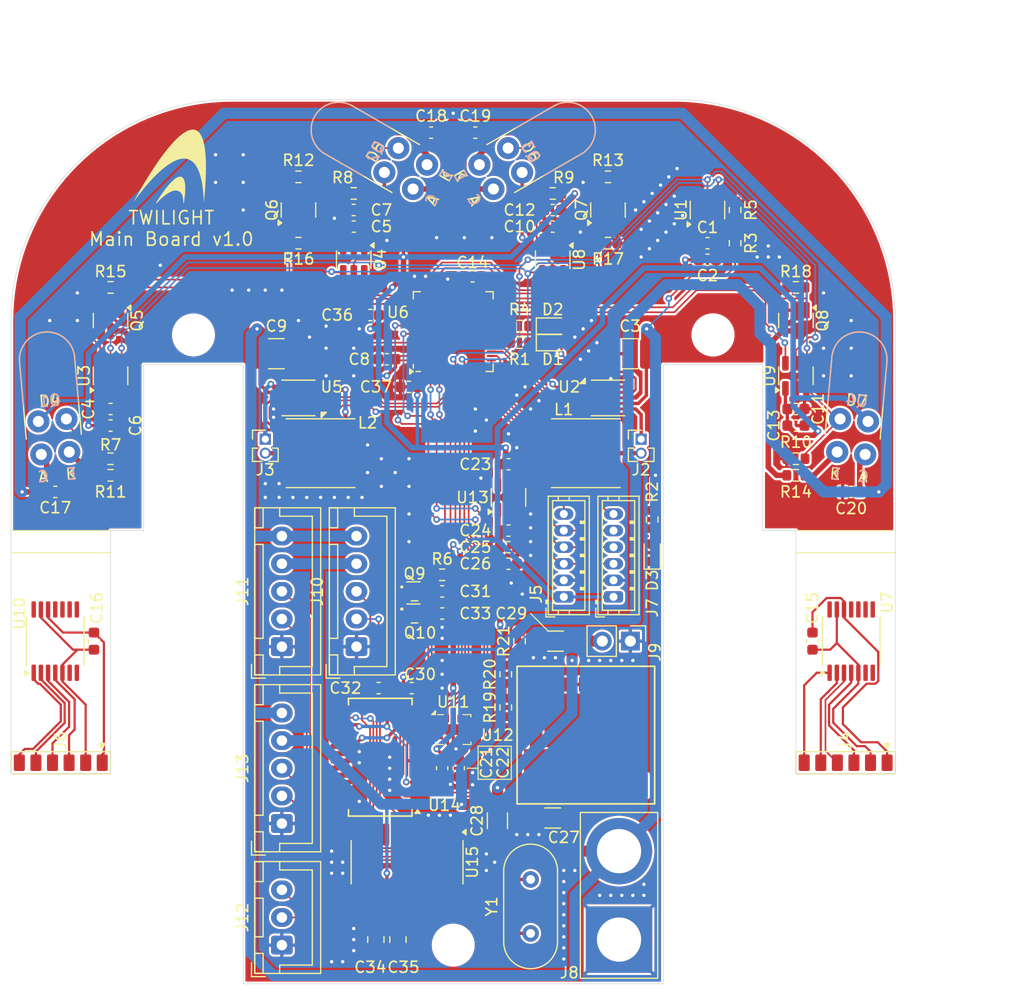
<source format=kicad_pcb>
(kicad_pcb (version 20241229) (generator "pcbnew") (generator_version "9.0")
  (layers (0 "F.Cu" signal) (2 "B.Cu" signal) (13 "F.Paste" user) (15 "B.Paste" user) (5 "F.SilkS" user "F.Silkscreen") (7 "B.SilkS" user "B.Silkscreen") (1 "F.Mask" user) (3 "B.Mask" user) (25 "Edge.Cuts" user))
  (net 0 "")
  (net 1 "Net-(Q8-D)")
  (net 2 "Net-(D7-K)")
  (net 3 "GND")
  (net 4 "Net-(Q2-E)")
  (net 5 "CHIP_PU")
  (net 6 "+3V0")
  (net 7 "Net-(U1-VIN)")
  (net 8 "/LED_1")
  (net 9 "Net-(D2-K)")
  (net 10 "+BATT")
  (net 11 "Net-(D3-A)")
  (net 12 "/LED_0")
  (net 13 "Net-(D1-K)")
  (net 14 "Net-(R20-Pad2)")
  (net 15 "/RF_EN")
  (net 16 "Net-(Q1-E)")
  (net 17 "/RS_EN")
  (net 18 "/LS_EN")
  (net 19 "/LF_EN")
  (net 20 "Net-(R19-Pad2)")
  (net 21 "Net-(D6-K)")
  (net 22 "Net-(Q7-D)")
  (net 23 "Net-(D5-K)")
  (net 24 "Net-(Q6-D)")
  (net 25 "Net-(D4-K)")
  (net 26 "Net-(Q5-D)")
  (net 27 "Net-(Q4-E)")
  (net 28 "Net-(Q3-E)")
  (net 29 "Net-(U12-Trim)")
  (net 30 "GPIO0")
  (net 31 "/Power/DTR")
  (net 32 "/Power/RTS")
  (net 33 "TXD0")
  (net 34 "/SPI2_MISO")
  (net 35 "/CS_BATT")
  (net 36 "/SPI2_SCK")
  (net 37 "/CS_RF")
  (net 38 "/CS_RS")
  (net 39 "/CS_LS")
  (net 40 "/CS_LF")
  (net 42 "+5V")
  (net 43 "Net-(J3-Pin_1)")
  (net 44 "/PWM_L")
  (net 45 "Net-(U5-OUTB)")
  (net 46 "/CWCCW_L")
  (net 47 "/PWM_R")
  (net 48 "/CWCCW_R")
  (net 49 "Net-(J2-Pin_1)")
  (net 50 "Net-(U2-OUTB)")
  (net 52 "Net-(J6-Pin_6)")
  (net 55 "Net-(J6-Pin_4)")
  (net 59 "Net-(J6-Pin_2)")
  (net 60 "Net-(J6-Pin_1)")
  (net 62 "Net-(J6-Pin_3)")
  (net 63 "Net-(J6-Pin_5)")
  (net 64 "Net-(J4-Pin_1)")
  (net 65 "Net-(J4-Pin_4)")
  (net 67 "Net-(J4-Pin_2)")
  (net 72 "Net-(J4-Pin_6)")
  (net 73 "Net-(J4-Pin_5)")
  (net 75 "Net-(J4-Pin_3)")
  (net 77 "/Power/DP1")
  (net 81 "+3V3")
  (net 84 "RXD0")
  (net 86 "/Power/DM1")
  (net 94 "/Power/DP3")
  (net 95 "Net-(U15-VDD18)")
  (net 96 "/Power/DM3")
  (net 97 "Net-(U15-XIN)")
  (net 98 "/Power/USB-")
  (net 99 "Net-(U15-VDD33)")
  (net 100 "/Power/DP2")
  (net 101 "Net-(U15-XOUT)")
  (net 102 "/Power/USB+")
  (net 103 "/Power/DM2")
  (net 104 "/Power/DM4")
  (net 105 "/Power/DP4")
  (net 106 "/SPI2_MOSI")
  (net 107 "/CS_IMU")
  (net 114 "/SPI1_MOSI")
  (net 117 "/SPI1_MISO")
  (net 118 "/CS_ENC_L")
  (net 119 "/CS_ENC_R")
  (net 123 "Net-(U6-VDD_SPI)")
  (net 126 "/SPI1_SCK")
  (net 143 "Net-(J2-Pin_2)")
  (net 144 "Net-(J3-Pin_2)")
  (footprint "Resistor_SMD:R_0603_1608Metric" (layer "F.Cu") (at 209.5 50 -90)
    (property "Reference" "R5")
    (property "Value" "1608 10k" (hide yes))
  )
  (footprint "Inductor_SMD:L_Changjiang_FNR6040S" (layer "F.Cu") (at 172 72 180)
    (property "Reference" "L2")
    (property "Value" "NR6045T100M" (hide yes))
  )
  (footprint "Library:EncoderPad" (layer "F.Cu") (at 148.5 100 180)
    (property "Reference" "J6")
    (property "Value" "EncSide" (hide yes))
  )
  (footprint "MountingHole:MountingHole_2.2mm_M2" (layer "F.Cu") (at 145.75 82.75)
    (property "Reference" "H10" (hide yes))
    (property "Value" "M2 mounting hole" (hide yes))
  )
  (footprint "Capacitor_SMD:C_0603_1608Metric" (layer "F.Cu") (at 215 69.5 180)
    (property "Reference" "C13")
    (property "Value" "1608 25V 1uF" (hide yes))
  )
  (footprint "Resistor_SMD:R_0603_1608Metric" (layer "F.Cu") (at 193 48.5)
    (property "Reference" "R9")
    (property "Value" "1608 470.5%" (hide yes))
  )
  (footprint "Package_SO:SSOP-28_5.3x10.2mm_P0.65mm" (layer "F.Cu") (at 177.4 99.5 180)
    (property "Reference" "U14")
    (property "Value" "FT232RL" (hide yes))
  )
  (footprint "Capacitor_SMD:C_0603_1608Metric" (layer "F.Cu") (at 183 86.5)
    (property "Reference" "C33")
    (property "Value" "1608 0.1u" (hide yes))
  )
  (footprint "Package_TO_SOT_SMD:SOT-23-6" (layer "F.Cu") (at 193 54.5 -90)
    (property "Reference" "U8")
    (property "Value" "ADCS7476" (hide yes))
  )
  (footprint "Capacitor_SMD:C_0603_1608Metric" (layer "F.Cu") (at 215 68)
    (property "Reference" "C11")
    (property "Value" "1608 50V 0.1uF" (hide yes))
  )
  (footprint "Resistor_SMD:R_0603_1608Metric" (layer "F.Cu") (at 175 48.5)
    (property "Reference" "R8")
    (property "Value" "1608 470.5%" (hide yes))
  )
  (footprint "Capacitor_SMD:C_0603_1608Metric" (layer "F.Cu") (at 180.25 93.25)
    (property "Reference" "C30")
    (property "Value" "0.1u 1608" (hide yes))
  )
  (footprint "Resistor_SMD:R_0603_1608Metric" (layer "F.Cu") (at 190 62)
    (property "Reference" "R1")
    (property "Value" "1608 1k" (hide yes))
  )
  (footprint "LED_SMD:LED_0603_1608Metric" (layer "F.Cu") (at 202 81 90)
    (property "Reference" "D3")
    (property "Value" "1608 R LED" (hide yes))
  )
  (footprint "Capacitor_SMD:C_0603_1608Metric" (layer "F.Cu") (at 153 69.5 180)
    (property "Reference" "C6")
    (property "Value" "1608 25V 1uF" (hide yes))
  )
  (footprint "Capacitor_SMD:C_0603_1608Metric" (layer "F.Cu") (at 193 50)
    (property "Reference" "C12")
    (property "Value" "1608 25V 1uF" (hide yes))
  )
  (footprint "Capacitor_SMD:C_1206_3216Metric" (layer "F.Cu") (at 193 105)
    (property "Reference" "C27")
    (property "Value" "CL31A226KAHNNNE" (hide yes))
  )
  (footprint "Resistor_SMD:R_0603_1608Metric" (layer "F.Cu") (at 188.75 95 90)
    (property "Reference" "R19")
    (property "Value" "0603WAF1001T5E" (hide yes))
  )
  (footprint "Resistor_SMD:R_0603_1608Metric" (layer "F.Cu") (at 190 60.5 180)
    (property "Reference" "R4")
    (property "Value" "1608 1k" (hide yes))
  )
  (footprint "Resistor_SMD:R_0603_1608Metric" (layer "F.Cu") (at 188.75 92 90)
    (property "Reference" "R20")
    (property "Value" "0603WAF1001T5E" (hide yes))
  )
  (footprint "Inductor_SMD:L_Changjiang_FNR6040S" (layer "F.Cu") (at 196 72)
    (property "Reference" "L1")
    (property "Value" "NR6045T100M" (hide yes))
  )
  (footprint "Crystal:Crystal_HC49-4H_Vertical" (layer "F.Cu") (at 191 115.44 90)
    (property "Reference" "Y1")
    (property "Value" "12MHz" (hide yes))
  )
  (footprint "Resistor_SMD:R_0603_1608Metric" (layer "F.Cu") (at 153 74 180)
    (property "Reference" "R11")
    (property "Value" "1608 470" (hide yes))
  )
  (footprint "Resistor_SMD:R_0603_1608Metric" (layer "F.Cu") (at 183 83)
    (property "Reference" "R6")
    (property "Value" "1608 10k" (hide yes))
  )
  (footprint "Library:OKL-T&slash_6-W12N-C_MUR" (layer "F.Cu") (at 196 97.5 180)
    (property "Reference" "U12")
    (property "Value" "OKL-T/6-W12N-C" (hide yes))
  )
  (footprint "Capacitor_SMD:C_1206_3216Metric" (layer "F.Cu") (at 188 105.25 90)
    (property "Reference" "C28")
    (property "Value" "CL31A106KBHNNNE" (hide yes))
  )
  (footprint "Capacitor_SMD:C_0603_1608Metric" (layer "F.Cu") (at 151.5 89 -90)
    (property "Reference" "C16")
    (property "Value" "1608 50V 0.1uF" (hide yes))
  )
  (footprint "Resistor_SMD:R_0603_1608Metric" (layer "F.Cu") (at 215 74)
    (property "Reference" "R14")
    (property "Value" "1608 470" (hide yes))
  )
  (footprint "Capacitor_SMD:C_0603_1608Metric" (layer "F.Cu") (at 189 82 180)
    (property "Reference" "C26")
    (property "Value" "1608 6.3V 10uF" (hide yes))
  )
  (footprint "Package_TO_SOT_SMD:SOT-723" (layer "F.Cu") (at 180.5 84.5)
    (property "Reference" "Q9")
    (property "Value" "DTC114E" (hide yes))
  )
  (footprint "Package_TO_SOT_SMD:SOT-23" (layer "F.Cu") (at 198 50 90)
    (property "Reference" "Q7")
    (property "Value" "IRLML6344" (hide yes))
  )
  (footprint "Capacitor_SMD:C_0603_1608Metric" (layer "F.Cu") (at 182 43)
    (property "Reference" "C18")
    (property "Value" "1608 6.3V 10uF" (hide yes))
  )
  (footprint "Capacitor_SMD:C_0603_1608Metric" (layer "F.Cu") (at 148 75.5 180)
    (property "Reference" "C17")
    (property "Value" "1608 6.3V 10uF" (hide yes))
  )
  (footprint "Capacitor_SMD:C_0603_1608Metric" (layer "F.Cu") (at 184.5 100.5 -90)
    (property "Reference" "C22")
    (property "Value" "1608 50V 0.1uF" (hide yes))
  )
  (footprint "Library:AMacLogo" (layer "F.Cu") (at 158 46)
    (property "Reference" "G***" (hide yes))
    (property "Value" "LOGO" (hide yes))
  )
  (footprint "Package_SO:TSSOP-14_4.4x5mm_P0.65mm" (layer "F.Cu") (at 148 89 90)
    (property "Reference" "U10")
    (property "Value" "AS5047D" (hide yes))
  )
  (footprint "Resistor_SMD:R_0603_1608Metric" (layer "F.Cu") (at 215 57)
    (property "Reference" "R18")
    (property "Value" "1608 10k" (hide yes))
  )
  (footprint "Capacitor_SMD:C_0603_1608Metric" (layer "F.Cu") (at 207 53)
    (property "Reference" "C1")
    (property "Value" "1608 50V 0.1uF" (hide yes))
  )
  (footprint "Capacitor_SMD:C_0603_1608Metric" (layer "F.Cu") (at 176.5 59.5)
    (property "Reference" "C36")
    (property "Value" "1608 6.3V 10uF" (hide yes))
  )
  (footprint "LED_SMD:LED_0603_1608Metric" (layer "F.Cu") (at 193 62)
    (property "Reference" "D1")
    (property "Value" "1608 LED" (hide yes))
  )
  (footprint "Package_TO_SOT_SMD:SOT-23-5" (layer "F.Cu") (at 189 76 90)
    (property "Reference" "U13")
    (property "Value" "XC6221B302GR" (hide yes))
  )
  (footprint "Resistor_SMD:R_0603_1608Metric" (layer "F.Cu") (at 170 47)
    (property "Reference" "R12")
    (property "Value" "1608 470" (hide yes))
  )
  (footprint "Connector_JST:JST_XH_B5B-XH-A_1x05_P2.50mm_Vertical" (layer "F.Cu") (at 168.5 89.5 90)
    (property "Reference" "J11")
    (property "Value" "B5B-XH")
  )
  (footprint "Package_SO:TSSOP-14_4.4x5mm_P0.65mm" (layer "F.Cu") (at 220 89 90)
    (property "Reference" "U7")
    (property "Value" "AS5047D" (hide yes))
  )
  (footprint "Capacitor_SMD:C_0603_1608Metric" (layer "F.Cu") (at 207 54.5 180)
    (property "Reference" "C2")
    (property "Value" "1608 25V 1uF" (hide yes))
  )
  (footprint "Capacitor_SMD:C_1210_3225Metric" (layer "F.Cu") (at 168 63)
    (property "Reference" "C9")
    (property "Value" "3225 3.3u 16V" (hide yes))
  )
  (footprint "Resistor_SMD:R_0603_1608Metric" (layer "F.Cu") (at 215 72.5 180)
    (property "Reference" "R10")
    (property "Value" "1608 470.5%" (hide yes))
  )
  (footprint "Resistor_SMD:R_0603_1608Metric" (layer "F.Cu") (at 153 72.5)
    (property "Reference" "R7")
    (property "Value" "1608 470.5%" (hide yes))
  )
  (footprint "Library:SFH4550_Mirror" (layer "F.Cu") (at 148 72 5)
    (property "Reference" "D4")
    (property "Value" "SFH4550" (hide yes))
  )
  (footprint "Capacitor_SMD:C_0603_1608Metric" (layer "F.Cu") (at 186 43 180)
    (property "Reference" "C19")
    (property "Value" "1608 6.3V 10uF" (hide yes))
  )
  (footprint "MountingHole:MountingHole_3.2mm_M3" (layer "F.Cu") (at 160.5 61.3)
    (property "Reference" "H2" (hide yes))
    (property "Value" "M3 mounting hole" (hide yes))
  )
  (footprint "Capacitor_SMD:C_0603_1608Metric" (layer "F.Cu") (at 185.75 56 180)
    (property "Reference" "C14")
    (property "Value" "1608 50V 0.1uF" (hide yes))
  )
  (footprint "Capacitor_SMD:C_1206_3216Metric" (layer "F.Cu") (at 193.25 89)
    (property "Reference" "C29")
    (property "Value" "CL31A106KBHNNNE" (hide yes))
  )
  (footprint "MountingHole:MountingHole_3.2mm_M3" (layer "F.Cu") (at 207.5 61.3)
    (property "Reference" "H3" (hide yes))
    (property "Value" "M3 mounting hole" (hide yes))
  )
  (footprint "Package_TO_SOT_SMD:SOT-723" (layer "F.Cu") (at 180.5 86.5)
    (property "Reference" "Q10")
    (property "Value" "DTC114E" (hide yes))
  )
  (footprint "Capacitor_SMD:C_0805_2012Metric" (layer "F.Cu") (at 179 116 -90)
    (property "Reference" "C35")
    (property "Value" "10uF" (hide yes))
  )
  (footprint "Package_TO_SOT_SMD:SOT-23" (layer "F.Cu") (at 153 60 -90)
    (property "Reference" "Q5")
    (property "Value" "IRLML6344" (hide yes))
  )
  (footprint "Package_TO_SOT_SMD:SOT-23" (layer "F.Cu") (at 170 50 90)
    (property "Reference" "Q6")
    (property "Value" "IRLML6344" (hide yes))
  )
  (footprint "Connector_JST:JST_XH_B5B-XH-A_1x05_P2.50mm_Vertical" (layer "F.Cu") (at 175.25 89.5 90)
    (property "Reference" "J10")
    (property "Value" "B5B-XH")
  )
  (footprint "Capacitor_SMD:C_0603_1608Metric" (layer "F.Cu") (at 175 51.5 180)
    (property "Reference" "C5")
    (property "Value" "1608 50V 0.1uF" (hide yes))
  )
  (footprint "Package_TO_SOT_SMD:SOT-23-6" (layer "F.Cu") (at 207 50 90)
    (property "Reference" "U1")
    (property "Value" "ADCS7476" (hide yes))
  )
  (footprint "Capacitor_SMD:C_0603_1608Metric" (layer "F.Cu") (at 178 63.5)
    (property "Reference" "C8")
    (property "Value" "1608 6.3V 10uF" (hide yes))
  )
  (footprint "Capacitor_SMD:C_0603_1608Metric" (layer "F.Cu") (at 216.5 89 -90)
    (property "Reference" "C15")
    (property "Value" "1608 50V 0.1uF" (hide yes))
  )
  (footprint "Capacitor_SMD:C_0603_1608Metric" (layer "F.Cu") (at 153 68)
    (property "Reference" "C4")
    (property "Value" "1608 50V 0.1uF" (hide yes))
  )
  (footprint "Resistor_SMD:R_0603_1608Metric" (layer "F.Cu") (at 153 57)
    (property "Reference" "R15")
    (property "Value" "1608 10k" (hide yes))
  )
  (footprint "Library:SFH4550_Mirror" (layer "F.Cu") (at 181 47 60)
    (property "Reference" "D5")
    (property "Value" "SFH4550" (hide yes))
  )
  (footprint "Capacitor_SMD:C_0603_1608Metric" (layer "F.Cu") (at 177.25 93.25 180)
    (property "Reference" "C32")
    (property "Value" "0.1u 1608" (hide yes))
  )
  (footprint "Connector_PinHeader_1.27mm:PinHeader_1x02_P1.27mm_Vertical" (layer "F.Cu") (at 167 70.73)
    (property "Reference" "J3")
    (property "Value" "Conn_01x02" (hide yes))
  )
  (footprint "Capacitor_SMD:C_0603_1608Metric" (layer "F.Cu") (at 175 50)
    (property "Reference" "C7")
    (property "Value" "1608 25V 1uF" (hide yes))
  )
  (footprint "Capacitor_SMD:C_0603_1608Metric" (layer "F.Cu") (at 189 79 180)
    (property "Reference" "C24")
    (property "Value" "1608 6.3V 10uF" (hide yes))
  )
  (footprint "MountingHole:MountingHole_2.2mm_M2" (layer "F.Cu") (at 216.75 82.75)
    (property "Reference" "H7" (hide yes))
    (property "Value" "M2 mounting hole" (hide yes))
  )
  (footprint "Resistor_SMD:R_0603_1608Metric" (layer "F.Cu") (at 209.5 53 -90)
    (property "Reference" "R3")
    (property "Value" "1608 10k" (hide yes))
  )
  (footprint "Capacitor_SMD:C_0603_1608Metric" (layer "F.Cu") (at 183 84.5)
    (property "Reference" "C31")
    (property "Value" "1608 0.1u" (hide yes))
  )
  (footprint "Resistor_SMD:R_0603_1608Metric" (layer "F.Cu") (at 190 89 90)
    (property "Reference" "R21")
    (property "Value" "0603WAF1001T5E" (hide yes))
  )
  (footprint "Resistor_SMD:R_0603_1608Metric" (layer "F.Cu") (at 170 53 180)
    (property "Reference" "R16")
    (property "Value" "1608 10k" (hide yes))
  )
  (footprint "MountingHole:MountingHole_3.2mm_M3" (layer "F.Cu") (at 184 116.5)
    (property "Reference" "H1" (hide yes))
    (property "Value" "M3 mounting hole" (hide yes))
  )
  (footprint "Package_DFN_QFN:QFN-56-1EP_7x7mm_P0.4mm_EP4x4mm" (layer "F.Cu") (at 184 61 90)
    (property "Reference" "U6")
    (property "Value" "ESP32-S3-PICO-1-N8R2" (hide yes))
  )
  (footprint "Resistor_SMD:R_0603_1608Metric" (layer "F.Cu") (at 198 53 180)
    (property "Reference" "R17")
    (property "Value" "1608 10k" (hide yes))
  )
  (footprint "MountingHole:MountingHole_2.2mm_M2" (layer "F.Cu") (at 222.25 82.75)
    (property "Reference" "H6" (hide yes))
    (property "Value" "M2 mounting hole" (hide yes))
  )
  (footprint "MountingHole:MountingHole_2.2mm_M2" (layer "F.Cu") (at 145.75 95.25)
    (property "Reference" "H8" (hide yes))
    (property "Value" "M2 mounting hole" (hide yes))
  )
  (footprint "Capacitor_SMD:C_0603_1608Metric" (layer "F.Cu") (at 183 100.5 -90)
    (property "Reference" "C21")
    (property "Value" "1608 50V 0.1uF" (hide yes))
  )
  (footprint "Capacitor_SMD:C_0603_1608Metric" (layer "F.Cu") (at 220 75.5)
    (property "Reference" "C20")
    (property "Value" "1608 6.3V 10uF" (hide yes))
  )
  (footprint "Package_SON:VSON-10-1EP_3x3mm_P0.5mm_EP1.2x2mm" (layer "F.Cu") (at 170 67 180)
    (property "Reference" "U5")
    (property "Value" "BD63573NUV" (hide yes))
  )
  (footprint "LED_SMD:LED_0603_1608Metric" (layer "F.Cu") (at 193 60.5)
    (property "Reference" "D2")
    (property "Value" "1608 LED" (hide yes))
  )
  (footprint "Library:SFH4550" (layer "F.Cu") (at 187 47 -60)
    (property "Reference" "D6")
    (property "Value" "SFH4550" (hide yes))
  )
  (footprint "Resistor_SMD:R_0603_1608Metric" (layer "F.Cu") (at 202 78 90)
    (property "Reference" "R2")
    (property "Value" "1608 10k" (hide yes))
  )
  (footprint "Connector_JST:JST_ZH_B6B-ZR_1x06_P1.50mm_Vertical" (layer "F.Cu") (at 198.5 85 90)
    (property "Reference" "J7")
    (property "Value" "MainSide" (hide yes))
  )
  (footprint "Package_TO_SOT_SMD:SOT-23-6" (layer "F.Cu") (at 215 65 90)
    (property "Reference" "U9")
    (property "Value" "ADCS7476" (hide yes))
  )
  (footprint "Package_LGA:Bosch_LGA-14_3x2.5mm_P0.5mm" (layer "F.Cu") (at 184 97)
    (property "Reference" "U11")
    (property "Value" "LSM6DSR" (hide yes))
  )
  (footprint "Connector_JST:JST_XH_B5B-XH-A_1x05_P2.50mm_Vertical" (layer "F.Cu") (at 168.5 105.5 90)
    (property "Reference" "J13")
    (property "Value" "B5B-XH")
  )
  (footprint "Capacitor_SMD:C_0603_1608Metric" (layer "F.Cu") (at 193 51.5 180)
    (property "Reference" "C10")
    (property "Value" "1608 50V 0.1uF" (hide yes))
  )
  (footprint "Capacitor_SMD:C_0805_2012Metric" (layer "F.Cu") (at 177 116 -90)
    (property "Reference" "C34")
    (property "Value" "10uF" (hide yes))
  )
  (footprint "Library:PowerCable" (layer "F.Cu") (at 199 112 90)
    (property "Reference" "J8")
    (property "Value" "Conn_01x02" (hide yes))
  )
  (footprint "MountingHole:MountingHole_2.2mm_M2" (layer "F.Cu") (at 151.25 82.75)
    (property "Reference" "H11" (hide yes))
    (property "Value" "M2 mounting hole" (hide yes))
  )
  (footprint "Resistor_SMD:R_0603_1608Metric" (layer "F.Cu") (at 198 47 180)
    (property "Reference" "R13")
    (property "Value" "1608 470" (hide yes))
  )
  (footprint "Connector_PinHeader_1.27mm:PinHeader_1x02_P1.27mm_Vertical" (layer "F.Cu") (at 201 70.73)
    (property "Reference" "J2")
    (property "Value" "Conn_01x02" (hide yes))
  )
  (footprint "Connector_JST:JST_ZH_B6B-ZR_1x06_P1.50mm_Vertical" (layer "F.Cu") (at 194 85 90)
    (property "Reference" "J5")
    (property "Value" "MainSide" (hide yes))
  )
  (footprint "Connector_JST:JST_XH_B3B-XH-A_1x03_P2.50mm_Vertical" (layer "F.Cu") (at 168.5 116.5 90)
    (property "Reference" "J12")
    (property "Value" "B3B-XH")
  )
  (footprint "Capacitor_SMD:C_0603_1608Metric" (layer "F.Cu") (at 180 66)
    (property "Reference" "C37")
    (property "Value" "1608 6.3V 10uF" (hide yes))
  )
  (footprint "Package_TO_SOT_SMD:SOT-23-6" (layer "F.Cu") (at 175 54.5 -90)
    (property "Reference" "U4")
    (property "Value" "ADCS7476" (hide yes))
  )
  (footprint "Package_TO_SOT_SMD:SOT-23" (layer "F.Cu") (at 215 60 -90)
    (property "Reference" "Q8")
    (property "Value" "IRLML6344" (hide yes))
  )
  (footprint "Package_TO_SOT_SMD:SOT-23-6" (layer "F.Cu") (at 153 65 90)
    (property "Reference" "U3")
    (property "Value" "ADCS7476" (hide yes))
  )
  (footprint "Library:EncoderPad" (layer "F.Cu") (at 219.5 100 180)
    (property "Reference" "J4")
    (property "Value" "EncSide" (hide yes))
  )
  (footprint "Capacitor_SMD:C_0603_1608Metric" (layer "F.Cu") (at 189 73)
    (property "Reference" "C23")
    (property "Value" "1608 6.3V 10uF" (hide yes))
  )
  (footprint "Package_SO:SOP-16_3.9x9.9mm_P1.27mm" (layer "F.Cu") (at 179.825 109 -90)
    (property "Reference" "U15")
    (property "Value" "SL2.1A" (hide yes))
  )
  (footprint "Connector_PinHeader_2.54mm:PinHeader_1x02_P2.54mm_Vertical" (layer "F.Cu") (at 200.025 89 -90)
    (property "Reference" "J9")
    (property "Value" "Conn_01x02" (hide yes))
  )
  (footprint "MountingHole:MountingHole_2.2mm_M2" (layer "F.Cu") (at 222.25 95.25)
    (property "Reference" "H4" (hide yes))
    (property "Value" "M2 mounting hole" (hide yes))
  )
  (footprint "Package_SON:VSON-10-1EP_3x3mm_P0.5mm_EP1.2x2mm" (layer "F.Cu") (at 198 67)
    (property "Reference" "U2")
    (property "Value" "BD63573NUV" (hide yes))
  )
  (footprint "Capacitor_SMD:C_1210_3225Metric" (layer "F.Cu") (at 200 63 180)
    (property "Reference" "C3")
    (property "Value" "3225 3.3u 16V" (hide yes))
  )
  (footprint "Capacitor_SMD:C_0603_1608Metric" (layer "F.Cu") (at 189 80.5 180)
    (property "Reference" "C25")
    (property "Value" "1608 6.3V 10uF" (hide yes))
  )
  (footprint "Library:SFH4550" (layer "F.Cu") (at 220 72 -5)
    (property "Reference" "D7")
    (property "Value" "SFH4550" (hide yes))
  )
  (footprint "Library:ST-1KL3A_Mirror" (layer "B.Cu") (at 181 47 -120)
    (property "Reference" "Q2")
    (property "Value" "ST-1KL3A" (hide yes))
  )
  (footprint "Library:ST-1KL3A" (layer "B.Cu") (at 187 47 120)
    (property "Reference" "Q3")
    (property "Value" "ST-1KL3A" (hide yes))
  )
  (footprint "Library:ST-1KL3A_Mirror" (layer "B.Cu") (at 148 72 -175)
    (property "Reference" "Q1")
    (property "Value" "ST-1KL3A" (hide yes))
  )
  (footprint "Library:ST-1KL3A" (layer "B.Cu") (at 220 72 175)
    (property "Reference" "Q4")
    (property "Value" "ST-1KL3A" (hide yes))
  )
  (gr_line (start 153 79) (end 144 79) (stroke (width 0.1)) (layer "F.SilkS"))
  (gr_line (start 186.25 100.5) (end 185.25 100.5) (stroke (width 0.1)) (layer "F.SilkS"))
  (gr_line (start 186.25 98.5) (end 189.25 98.5) (stroke (width 0.1)) (layer "F.SilkS"))
  (gr_line (start 189.25 98.5) (end 189.25 101.5) (stroke (width 0.1)) (layer "F.SilkS"))
  (gr_line (start 153 81) (end 144 81) (stroke (width 0.1)) (layer "F.SilkS"))
  (gr_line (start 224 81) (end 215 81) (stroke (width 0.1)) (layer "F.SilkS"))
  (gr_line (start 186.25 101.5) (end 186.25 98.5) (stroke (width 0.1)) (layer "F.SilkS"))
  (gr_line (start 215 79) (end 224 79) (stroke (width 0.1)) (layer "F.SilkS"))
  (gr_line (start 191 86.5) (end 192.5 88) (stroke (width 0.1)) (layer "F.SilkS"))
  (gr_line (start 186.25 101.5) (end 189.25 101.5) (stroke (width 0.1)) (layer "F.SilkS"))
  (gr_line (start 215 101) (end 224 101) (stroke (width 0.05)) (layer "Edge.Cuts"))
  (gr_line (start 153 79) (end 156 79) (stroke (width 0.05)) (layer "Edge.Cuts"))
  (gr_line (start 144 60) (end 144 79) (stroke (width 0.05)) (layer "Edge.Cuts"))
  (gr_line (start 156 64) (end 165 64) (stroke (width 0.05)) (layer "Edge.Cuts"))
  (gr_line (start 215 79) (end 215 101) (stroke (width 0.05)) (layer "Edge.Cuts"))
  (gr_line (start 212 79) (end 215 79) (stroke (width 0.05)) (layer "Edge.Cuts"))
  (gr_line (start 144 101) (end 153 101) (stroke (width 0.05)) (layer "Edge.Cuts"))
  (gr_line (start 204 40) (end 164 40) (stroke (width 0.05)) (layer "Edge.Cuts"))
  (gr_arc (start 204 40) (mid 218.142136 45.857864) (end 224 60) (stroke (width 0.05)) (layer "Edge.Cuts"))
  (gr_line (start 224 79) (end 224 60) (stroke (width 0.05)) (layer "Edge.Cuts"))
  (gr_line (start 203 120) (end 203 64) (stroke (width 0.05)) (layer "Edge.Cuts"))
  (gr_line (start 212 64) (end 212 79) (stroke (width 0.05)) (layer "Edge.Cuts"))
  (gr_arc (start 144 60) (mid 149.857864 45.857864) (end 164 40) (stroke (width 0.05)) (layer "Edge.Cuts"))
  (gr_line (start 156 79) (end 156 64) (stroke (width 0.05)) (layer "Edge.Cuts"))
  (gr_line (start 224 101) (end 224 79) (stroke (width 0.05)) (layer "Edge.Cuts"))
  (gr_line (start 165 64) (end 165 120) (stroke (width 0.05)) (layer "Edge.Cuts"))
  (gr_line (start 153 101) (end 153 79) (stroke (width 0.05)) (layer "Edge.Cuts"))
  (gr_line (start 144 79) (end 144 101) (stroke (width 0.05)) (layer "Edge.Cuts"))
  (gr_line (start 203 64) (end 212 64) (stroke (width 0.05)) (layer "Edge.Cuts"))
  (gr_line (start 165 120) (end 203 120) (stroke (width 0.05)) (layer "Edge.Cuts"))
  (gr_text "TWILIGHT\nMain Board v1.0" (at 158.5 50 0) (layer "F.SilkS") (effects (font (size 1.2 1.2)) (justify top)))
  (segment (start 212.5 62.227207) (end 213.789707 60.9375) (width 0.5) (layer "F.Cu") (net 1))
  (segment (start 213.789707 60.9375) (end 215 60.9375) (width 0.5) (layer "F.Cu") (net 1))
  (segment (start 214.175 74) (end 213.25 74) (width 0.5) (layer "F.Cu") (net 1))
  (segment (start 212.5 73.25) (end 212.5 62.227207) (width 0.5) (layer "F.Cu") (net 1))
  (segment (start 213.25 74) (end 212.5 73.25) (width 0.5) (layer "F.Cu") (net 1))
  (segment (start 218.734833 71.889312) (end 216.624145 74) (width 0.5) (layer "F.Cu") (net 2))
  (segment (start 216.624145 74) (end 215.825 74) (width 0.5) (layer "F.Cu") (net 2))
  (segment (start 168.5625 68) (end 167.75 68) (width 0.2) (layer "F.Cu") (net 3))
  (segment (start 199 66) (end 198.25 65.25) (width 0.2) (layer "F.Cu") (net 3))
  (segment (start 199.4375 66) (end 199 66) (width 0.2) (layer "F.Cu") (net 3))
  (via (at 194 111.75) (size 0.6) (drill 0.3) (layers "F.Cu" "B.Cu") (net 3))
  (via (at 183.5 56.25) (size 0.6) (drill 0.3) (layers "F.Cu" "B.Cu") (net 3))
  (via (at 195 109.75) (size 0.6) (drill 0.3) (layers "F.Cu" "B.Cu") (net 3))
  (via (at 172.5 65) (size 0.6) (drill 0.3) (layers "F.Cu" "B.Cu") (net 3))
  (via (at 201 54.25) (size 0.6) (drill 0.3) (layers "F.Cu" "B.Cu") (net 3))
  (via (at 183.75 101.95) (size 0.6) (drill 0.3) (layers "F.Cu" "B.Cu") (net 3))
  (via (at 211.5 54.25) (size 0.6) (drill 0.3) (layers "F.Cu" "B.Cu") (net 3))
  (via (at 191 81.25) (size 0.6) (drill 0.3) (layers "F.Cu" "B.Cu") (net 3))
  (via (at 173 109) (size 0.6) (drill 0.3) (layers "F.Cu" "B.Cu") (net 3))
  (via (at 181.75 104.75) (size 0.6) (drill 0.3) (layers "F.Cu" "B.Cu") (net 3))
  (via (at 189.75 66.75) (size 0.6) (drill 0.3) (layers "F.Cu" "B.Cu") (net 3))
  (via (at 164 57.25) (size 0.6) (drill 0.3) (layers "F.Cu" "B.Cu") (net 3))
  (via (at 191 68) (size 0.6) (drill 0.3) (layers "F.Cu" "B.Cu") (net 3))
  (via (at 181.5 56) (size 0.6) (drill 0.3) (layers "F.Cu" "B.Cu") (net 3))
  (via (at 202.5 52.75) (size 0.6) (drill 0.3) (layers "F.Cu" "B.Cu") (net 3))
  (via (at 183 92) (size 0.6) (drill 0.3) (layers "F.Cu" "B.Cu") (net 3))
  (via (at 198.25 90.75) (size 0.6) (drill 0.3) (layers "F.Cu" "B.Cu") (net 3))
  (via (at 174 118) (size 0.6) (drill 0.3) (layers "F.Cu" "B.Cu") (net 3))
  (via (at 168.25 74.75) (size 0.6) (drill 0.3) (layers "F.Cu" "B.Cu") (net 3))
  (via (at 170 60) (size 0.6) (drill 0.3) (layers "F.Cu" "B.Cu") (net 3))
  (via (at 191.75 106.5) (size 0.6) (drill 0.3) (layers "F.Cu" "B.Cu") (net 3))
  (via (at 198.25 65.25) (size 0.6) (drill 0.3) (layers "F.Cu" "B.Cu") (net 3))
  (via (at 191 77.5) (size 0.6) (drill 0.3) (layers "F.Cu" "B.Cu") (net 3))
  (via (at 217.5 65) (size 0.6) (drill 0.3) (layers "F.Cu" "B.Cu") (net 3))
  (via (at 194 110.75) (size 0.6) (drill 0.3) (layers "F.Cu" "B.Cu") (net 3))
  (via (at 183 88.75) (size 0.6) (drill 0.3) (layers "F.Cu" "B.Cu") (net 3))
  (via (at 175 115) (size 0.6) (drill 0.3) (layers "F.Cu" "B.Cu") (net 3))
  (via (at 174 109) (size 0.6) (drill 0.3) (layers "F.Cu" "B.Cu") (net 3))
  (via (at 193.25 90.5) (size 0.6) (drill 0.3) (layers "F.Cu" "B.Cu") (net 3))
  (via (at 191.25 90.5) (size 0.6) (drill 0.3) (layers "F.Cu" "B.Cu") (net 3))
  (via (at 202 48.5) (size 0.6) (drill 0.3) (layers "F.Cu" "B.Cu") (net 3))
  (via (at 199.25 112) (size 0.6) (drill 0.3) (layers "F.Cu" "B.Cu") (net 3))
  (via (at 201.25 112) (size 0.6) (drill 0.3) (layers "F.Cu" "B.Cu") (net 3))
  (via (at 196.25 62.75) (size 0.6) (drill 0.3) (layers "F.Cu" "B.Cu") (net 3))
  (via (at 187 69) (size 0.6) (drill 0.3) (layers "F.Cu" "B.Cu") (net 3))
  (via (at 175 116) (size 0.6) (drill 0.3) (layers "F.Cu" "B.Cu") (net 3))
  (via (at 178 52.75) (size 0.6) (drill 0.3) (layers "F.Cu" "B.Cu") (net 3))
  (via (at 173 110) (size 0.6) (drill 0.3) (layers "F.Cu" "B.Cu") (net 3))
  (via (at 174.5 76) (size 0.6) (drill 0.3) (layers "F.Cu" "B.Cu") (net 3))
  (via (at 172.5 60.5) (size 0.6) (drill 0.3) (layers "F.Cu" "B.Cu") (net 3))
  (via (at 183 90.75) (size 0.6) (drill 0.3) (layers "F.Cu" "B.Cu") (net 3))
  (via (at 189.75 106.5) (size 0.6) (drill 0.3) (layers "F.Cu" "B.Cu") (net 3))
  (via (at 177.5 72.5) (size 0.6) (drill 0.3) (layers "F.Cu" "B.Cu") (net 3))
  (via (at 217.5 62.5) (size 0.6) (drill 0.3) (layers "F.Cu" "B.Cu") (net 3))
  (via (at 194 112.75) (size 0.6) (drill 0.3) (layers "F.Cu" "B.Cu") (net 3))
  (via (at 180 77.5) (size 0.6) (drill 0.3) (layers "F.Cu" "B.Cu") (net 3))
  (via (at 176.25 73.75) (size 0.6) (drill 0.3) (layers "F.Cu" "B.Cu") (net 3))
  (via (at 220 62.5) (size 0.6) (drill 0.3) (layers "F.Cu" "B.Cu") (net 3))
  (via (at 150 60) (size 0.6) (drill 0.3) (layers "F.Cu" "B.Cu") (net 3))
  (via (at 212.5 53.25) (size 0.6) (drill 0.3) (layers "F.Cu" "B.Cu") (net 3))
  (via (at 195.5 52) (size 0.6) (drill 0.3) (layers "F.Cu" "B.Cu") (net 3))
  (via (at 195.5 63.5) (size 0.6) (drill 0.3) (layers "F.Cu" "B.Cu") (net 3))
  (via (at 190.25 84.75) (size 0.6) (drill 0.3) (layers "F.Cu" "B.Cu") (net 3))
  (via (at 182.5 52.5) (size 0.6) (drill 0.3) (layers "F.Cu" "B.Cu") (net 3))
  (via (at 186 70) (size 0.6) (drill 0.3) (layers "F.Cu" "B.Cu") (net 3))
  (via (at 175.5 103.5) (size 0.6) (drill 0.3) (layers "F.Cu" "B.Cu") (net 3))
  (via (at 191 80) (size 0.6) (drill 0.3) (layers "F.Cu" "B.Cu") (net 3))
  (via (at 180 72.5) (size 0.6) (drill 0.3) (layers "F.Cu" "B.Cu") (net 3))
  (via (at 183 87.75) (size 0.6) (drill 0.3) (layers "F.Cu" "B.Cu") (net 3))
  (via (at 175.75 76) (size 0.6) (drill 0.3) (layers "F.Cu" "B.Cu") (net 3))
  (via (at 165 47.5) (size 0.6) (drill 0.3) (layers "F.Cu" "B.Cu") (net 3))
  (via (at 172.5 62.5) (size 0.6) (drill 0.3) (layers "F.Cu" "B.Cu") (net 3))
  (via (at 178.25 100.5) (size 0.6) (drill 0.3) (layers "F.Cu" "B.Cu") (net 3))
  (via (at 185.75 102) (size 0.6) (drill 0.3) (layers "F.Cu" "B.Cu") (net 3))
  (via (at 204 48.75) (size 0.6) (drill 0.3) (layers "F.Cu" "B.Cu") (net 3))
  (via (at 168.5 57.25) (size 0.6) (drill 0.3) (layers "F.Cu" "B.Cu") (net 3))
  (via (at 183.75 104.75) (size 0.6) (drill 0.3) (layers "F.Cu" "B.Cu") (net 3))
  (via (at 202.75 47.75) (size 0.6) (drill 0.3) (layers "F.Cu" "B.Cu") (net 3))
  (via (at 167.75 68.75) (size 0.6) (drill 0.3) (layers "F.Cu" "B.Cu") (net 3))
  (via (at 201.75 53.5) (size 0.6) (drill 0.3) (layers "F.Cu" "B.Cu") (net 3))
  (via (at 157.5 55) (size 0.6) (drill 0.3) (layers "F.Cu" "B.Cu") (net 3))
  (via (at 147.5 60) (size 0.6) (drill 0.3) (layers "F.Cu" "B.Cu") (net 3))
  (via (at 162.5 45) (size 0.6) (drill 0.3) (layers "F.Cu" "B.Cu") (net 3))
  (via (at 175.5 100) (size 0.6) (drill 0.3) (layers "F.Cu" "B.Cu") (net 3))
  (via (at 202.5 50.25) (size 0.6) (drill 0.3) (layers "F.Cu" "B.Cu") (net 3))
  (via (at 189 70.25) (size 0.6) (drill 0.3) (layers "F.Cu" "B.Cu") (net 3))
  (via (at 184.25 98.75) (size 0.6) (drill 0.3) (layers "F.Cu" "B.Cu") (net 3))
  (via (at 165 50) (size 0.6) (drill 0.3) (layers "F.Cu" "B.Cu") (net 3))
  (via (at 197.25 90.75) (size 0.6) (drill 0.3) (layers "F.Cu" "B.Cu") (net 3))
  (via (at 183 93.25) (size 0.6) (drill 0.3) (layers "F.Cu" "B.Cu") (net 3))
  (via (at 178.25 101.5) (size 0.6) (drill 0.3) (layers "F.Cu" "B.Cu") (net 3))
  (via (at 176.25 71.25) (size 0.6) (drill 0.3) (layers "F.Cu" "B.Cu") (net 3))
  (via (at 204 51.25) (size 0.6) (drill 0.3) (layers "F.Cu" "B.Cu") (net 3))
  (via (at 187 108.25) (size 0.6) (drill 0.3) (layers "F.Cu" "B.Cu") (net 3))
  (via (at 203.5 47) (size 0.6) (drill 0.3) (layers "F.Cu" "B.Cu") (net 3))
  (via (at 177.5 75) (size 0.6) (drill 0.3) (layers "F.Cu" "B.Cu") (net 3))
  (via (at 190.75 106.5) (size 0.6) (drill 0.3) (layers "F.Cu" "B.Cu") (net 3))
  (via (at 175 117) (size 0.6) (drill 0.3) (layers "F.Cu" "B.Cu") (net 3))
  (via (at 162.5 47.5) (size 0.6) (drill 0.3) (layers "F.Cu" "B.Cu") (net 3))
  (via (at 186.5 74.25) (size 0.6) (drill 0.3) (layers "F.Cu" "B.Cu") (net 3))
  (via (at 194 116.75) (size 0.6) (drill 0.3) (layers "F.Cu" "B.Cu") (net 3))
  (via (at 173.25 50.75) (size 0.6) (drill 0.3) (layers "F.Cu" "B.Cu") (net 3))
  (via (at 187 109.75) (size 0.6) (drill 0.3) (layers "F.Cu" "B.Cu") (net 3))
  (via (at 195.75 47.5) (size 0.6) (drill 0.3) (layers "F.Cu" "B.Cu") (net 3))
  (via (at 197.25 112) (size 0.6) (drill 0.3) (layers "F.Cu" "B.Cu") (net 3))
  (via (at 197 62) (size 0.6) (drill 0.3) (layers "F.Cu" "B.Cu") (net 3))
  (via (at 167.75 68) (size 0.6) (drill 0.3) (layers "F.Cu" "B.Cu") (net 3))
  (via (at 189.75 71.5) (size 0.6) (drill 0.3) (layers "F.Cu" "B.Cu") (net 3))
  (via (at 194 109.75) (size 0.6) (drill 0.3) (layers "F.Cu" "B.Cu") (net 3))
  (via (at 199.25 90.75) (size 0.6) (drill 0.3) (layers "F.Cu" "B.Cu") (net 3))
  (via (at 195 61.5) (size 0.6) (drill 0.3) (layers "F.Cu" "B.Cu") (net 3))
  (via (at 201.75 51) (size 0.6) (drill 0.3) (layers "F.Cu" "B.Cu") (net 3))
  (via (at 187.75 109) (size 0.6) (drill 0.3) (layers "F.Cu" "B.Cu") (net 3))
  (via (at 186 68) (size 0.6) (drill 0.3) (layers "F.Cu" "B.Cu") (net 3))
  (via (at 185 52.5) (size 0.6) (drill 0.3) (layers "F.Cu" "B.Cu") (net 3))
  (via (at 173 118) (size 0.6) (drill 0.3) (layers "F.Cu" "B.Cu") (net 3))
  (via (at 165.5 57.25) (size 0.6) (drill 0.3) (layers "F.Cu" "B.Cu") (net 3))
  (via (at 167 57.25) (size 0.6) (drill 0.3) (layers "F.Cu" "B.Cu") (net 3))
  (via (at 178.75 73.75) (size 0.6) (drill 0.3) (layers "F.Cu" "B.Cu") (net 3))
  (via (at 187.5 52.5) (size 0.6) (drill 0.3) (layers "F.Cu" "B.Cu") (net 3))
  (via (at 173 108) (size 0.6) (drill 0.3) (layers "F.Cu" "B.Cu") (net 3))
  (via (at 178.25 99.5) (size 0.6) (drill 0.3) (layers "F.Cu" "B.Cu") (net 3))
  (via (at 175 62.5) (size 0.6) (drill 0.3) (layers "F.Cu" "B.Cu") (net 3))
  (via (at 212.5 54.25) (size 0.6) (drill 0.3) (layers "F.Cu" "B.Cu") (net 3))
  (via (at 204.75 50.5) (size 0.6) (drill 0.3) (layers "F.Cu" "B.Cu") (net 3))
  (via (at 198.25 112) (size 0.6) (drill 0.3) (layers "F.Cu" "B.Cu") (net 3))
  (via (at 201.25 49.25) (size 0.6) (drill 0.3) (layers "F.Cu" "B.Cu") (net 3))
  (via (at 191.75 67.25) (size 0.6) (drill 0.3) (layers "F.Cu" "B.Cu") (net 3))
  (via (at 191 78.75) (size 0.6) (drill 0.3) (layers "F.Cu" "B.Cu") (net 3))
  (via (at 172 76) (size 0.6) (drill 0.3) (layers "F.Cu" "B.Cu") (net 3))
  (via (at 167 76) (size 0.6) (drill 0.3) (layers "F.Cu" "B.Cu") (net 3))
  (via (at 220 65) (size 0.6) (drill 0.3) (layers "F.Cu" "B.Cu") (net 3))
  (via (at 201 51.75) (size 0.6) (drill 0.3) (layers "F.Cu" "B.Cu") (net 3))
  (via (at 200.25 112) (size 0.6) (drill 0.3) (layers "F.Cu" "B.Cu") (net 3))
  (via (at 175 65) (size 0.6) (drill 0.3) (layers "F.Cu" "B.Cu") (net 3))
  (via (at 190.5 66) (size 0.6) (drill 0.3) (layers "F.Cu" "B.Cu") (net 3))
  (via (at 192.25 90.5) (size 0.6) (drill 0.3) (layers "F.Cu" "B.Cu") (net 3))
  (via (at 194 115.75) (size 0.6) (drill 0.3) (layers "F.Cu" "B.Cu") (net 3))
  (via (at 185.75 100.9) (size 0.6) (drill 0.3) (layers "F.Cu" "B.Cu") (net 3))
  (via (at 203.25 52) (size 0.6) (drill 0.3) (layers "F.Cu" "B.Cu") (net 3))
  (via (at 180.5 56) (size 0.6) (drill 0.3) (layers "F.Cu" "B.Cu") (net 3))
  (via (at 203.25 49.5) (size 0.6) (drill 0.3) (layers "F.Cu" "B.Cu") (net 3))
  (via (at 195.75 60.75) (size 0.6) (drill 0.3) (layers "F.Cu" "B.Cu") (net 3))
  (via (at 174 110) (size 0.6) (drill 0.3) (layers "F.Cu" "B.Cu") (net 3))
  (via (at 201.25 111) (size 0.6) (drill 0.3) (layers "F.Cu" "B.Cu") (net 3))
  (via (at 220 60) (size 0.6) (drill 0.3) (layers "F.Cu" "B.Cu") (net 3))
  (via (at 194 113.75) (size 0.6) (drill 0.3) (layers "F.Cu" "B.Cu") (net 3))
  (via (at 200.25 90.75) (size 0.6) (drill 0.3) (layers "F.Cu" "B.Cu") (net 3))
  (via (at 182.75 104.75) (size 0.6) (drill 0.3) (layers "F.Cu" "B.Cu") (net 3))
  (via (at 194 114.75) (size 0.6) (drill 0.3) (layers "F.Cu" "B.Cu") (net 3))
  (via (at 204.25 46.25) (size 0.6) (drill 0.3) (layers "F.Cu" "B.Cu") (net 3))
  (via (at 196.5 60) (size 0.6) (drill 0.3) (layers "F.Cu" "B.Cu") (net 3))
  (via (at 167 74.75) (size 0.6) (drill 0.3) (layers "F.Cu" "B.Cu") (net 3))
  (via (at 175.5 99) (size 0.6) (drill 0.3) (layers "F.Cu" "B.Cu") (net 3))
  (via (at 200.5 50) (size 0.6) (drill 0.3) (layers "F.Cu" "B.Cu") (net 3))
  (via (at 213.5 54.25) (size 0.6) (drill 0.3) (layers "F.Cu" "B.Cu") (net 3))
  (via (at 196.25 90.75) (size 0.6) (drill 0.3) (layers "F.Cu" "B.Cu") (net 3))
  (via (at 194 117.75) (size 0.6) (drill 0.3) (layers "F.Cu" "B.Cu") (net 3))
  (via (at 189.25 83.75) (size 0.6) (drill 0.3) (layers "F.Cu" "B.Cu") (net 3))
  (via (at 150 57.5) (size 0.6) (drill 0.3) (layers "F.Cu" "B.Cu") (net 3))
  (via (at 165 45) (size 0.6) (drill 0.3) (layers "F.Cu" "B.Cu") (net 3))
  (via (at 178.25 102.5) (size 0.6) (drill 0.3) (layers "F.Cu" "B.Cu") (net 3))
  (via (at 180 80) (size 0.6) (drill 0.3) (layers "F.Cu" "B.Cu") (net 3))
  (via (at 173.25 76) (size 0.6) (drill 0.3) (layers "F.Cu" "B.Cu") (net 3))
  (via (at 175.5 60.75) (size 0.6) (drill 0.3) (layers "F.Cu" "B.Cu") (net 3))
  (via (at 169.5 76) (size 0.6) (drill 0.3) (layers "F.Cu" "B.Cu") (net 3))
  (via (at 171 61.5) (size 0.6) (drill 0.3) (layers "F.Cu" "B.Cu") (net 3))
  (via (at 168.25 76) (size 0.6) (drill 0.3) (layers "F.Cu" "B.Cu") (net 3))
  (via (at 170.75 76) (size 0.6) (drill 0.3) (layers "F.Cu" "B.Cu") (net 3))
  (via (at 217.5 57.5) (size 0.6) (drill 0.3) (layers "F.Cu" "B.Cu") (net 3))
  (via (at 180 75) (size 0.6) (drill 0.3) (layers "F.Cu" "B.Cu") (net 3))
  (segment (start 174.175 48.5) (end 172.5 50.175) (width 0.15) (layer "F.Cu") (net 4))
  (segment (start 174.175 47.847859) (end 174.175 48.5) (width 0.15) (layer "F.Cu") (net 4))
  (segment (start 172.5 51.8125) (end 174.05 53.3625) (width 0.15) (layer "F.Cu") (net 4))
  (segment (start 172.5 50.175) (end 172.5 51.8125) (width 0.15) (layer "F.Cu") (net 4))
  (segment (start 177.622711 44.400148) (end 174.175 47.847859) (width 0.15) (layer "F.Cu") (net 4))
  (segment (start 179.036924 44.400148) (end 177.622711 44.400148) (width 0.15) (layer "F.Cu") (net 4))
  (segment (start 182.175 80.325) (end 183.25 79.25) (width 0.15) (layer "F.Cu") (net 5))
  (segment (start 182.175 83) (end 182.175 84.45) (width 0.15) (layer "F.Cu") (net 5))
  (segment (start 182.6 64.45) (end 182.6 65.074264) (width 0.15) (layer "F.Cu") (net 5))
  (segment (start 183.25 70.025305) (end 181.949997 68.725302) (width 0.15) (layer "F.Cu") (net 5))
  (segment (start 182.6 65.074264) (end 181.949997 65.724267) (width 0.15) (layer "F.Cu") (net 5))
  (segment (start 182.175 84.45) (end 182.225 84.5) (width 0.15) (layer "F.Cu") (net 5))
  (segment (start 182.175 83) (end 182.175 80.325) (width 0.15) (layer "F.Cu") (net 5))
  (segment (start 183.25 79.25) (end 183.25 70.025305) (width 0.15) (layer "F.Cu") (net 5))
  (segment (start 181.949997 65.724267) (end 181.949997 66.25) (width 0.15) (layer "F.Cu") (net 5))
  (segment (start 181.949997 68.725302) (end 181.949997 68.5) (width 0.15) (layer "F.Cu") (net 5))
  (segment (start 181.075 84.5) (end 182.225 84.5) (width 0.15) (layer "F.Cu") (net 5))
  (via (at 181.949997 66.25) (size 0.6) (drill 0.3) (layers "F.Cu" "B.Cu") (net 5))
  (via (at 181.949997 68.5) (size 0.6) (drill 0.3) (layers "F.Cu" "B.Cu") (net 5))
  (segment (start 181.949997 66.25) (end 181.949997 68.5) (width 0.15) (layer "B.Cu") (net 5))
  (segment (start 183.825 80.425) (end 184 80.25) (width 0.15) (layer "F.Cu") (net 6))
  (segment (start 196.5625 66) (end 193.25 66) (width 0.2) (layer "F.Cu") (net 6))
  (segment (start 180.55 59.6) (end 177.375 59.6) (width 0.15) (layer "F.Cu") (net 6))
  (segment (start 199.4375 67) (end 199.4375 66.5) (width 0.2) (layer "F.Cu") (net 6))
  (segment (start 178.775 63.5) (end 178.775 64.225) (width 0.3) (layer "F.Cu") (net 6))
  (segment (start 183.5 99.225) (end 183 99.725) (width 0.15) (layer "F.Cu") (net 6))
  (segment (start 193.7875 61.25) (end 193.7875 60.5) (width 0.2) (layer "F.Cu") (net 6))
  (segment (start 168.5625 67.124999) (end 168.5625 67.5) (width 0.2) (layer "F.Cu") (net 6))
  (segment (start 182.2 65.05) (end 181.75 65.5) (width 0.15) (layer "F.Cu") (net 6))
  (segment (start 152.225 69.5) (end 152.225 68) (width 0.3) (layer "F.Cu") (net 6))
  (segment (start 184.625 87.016532) (end 184.625 80.875) (width 0.5) (layer "F.Cu") (net 6))
  (segment (start 183.825 83) (end 183.825 80.425) (width 0.15) (layer "F.Cu") (net 6))
  (segment (start 180.55 63.2) (end 179.075 63.2) (width 0.15) (layer "F.Cu") (net 6))
  (segment (start 177.375 59.6) (end 177.275 59.5) (width 0.15) (layer "F.Cu") (net 6))
  (segment (start 196.5625 65.1875) (end 196.5625 66) (width 0.2) (layer "F.Cu") (net 6))
  (segment (start 193.25 66) (end 193 65.75) (width 0.2) (layer "F.Cu") (net 6))
  (segment (start 181.8 65.45) (end 181.75 65.5) (width 0.15) (layer "F.Cu") (net 6))
  (segment (start 168.5625 67) (end 168.5625 67.124999) (width 0.2) (layer "F.Cu") (net 6))
  (segment (start 206.225 53) (end 206.225 54.5) (width 0.3) (layer "F.Cu") (net 6))
  (segment (start 195 48.775) (end 193.775 50) (width 0.3) (layer "F.Cu") (net 6))
  (segment (start 183 99.25) (end 182.5 98.75) (width 0.3) (layer "F.Cu") (net 6))
  (segment (start 177.766924 49.983076) (end 177.75 50) (width 0.3) (layer "F.Cu") (net 6))
  (segment (start 181.8 64.45) (end 181.8 65.45) (width 0.15) (layer "F.Cu") (net 6))
  (segment (start 180.775 66.725) (end 180.75 66.75) (width 0.3) (layer "F.Cu") (net 6))
  (segment (start 200.5 66.25) (end 200.5 65.25) (width 0.2) (layer "F.Cu") (net 6))
  (segment (start 199.4375 66.5) (end 200.25 66.5) (width 0.2) (layer "F.Cu") (net 6))
  (segment (start 188.75 72.475) (end 188.225 73) (width 0.5) (layer "F.Cu") (net 6))
  (segment (start 199.899 64.649) (end 197.101 64.649) (width 0.2) (layer "F.Cu") (net 6))
  (segment (start 179.5 54.25) (end 179.5 56) (width 0.5) (layer "F.Cu") (net 6))
  (segment (start 216.624 70.376) (end 215.101 70.376) (width 0.5) (layer "F.Cu") (net 6))
  (segment (start 152.05 67.825) (end 152.225 68) (width 0.3) (layer "F.Cu") (net 6))
  (segment (start 179.075 63.2) (end 178.775 63.5) (width 0.15) (layer "F.Cu") (net 6))
  (segment (start 178 50) (end 179.5 51.5) (width 0.3) (layer "F.Cu") (net 6))
  (segment (start 179.5 51.5) (end 179.5 54.25) (width 0.3) (layer "F.Cu") (net 6))
  (segment (start 214.225 68) (end 214.225 69.5) (width 0.3) (layer "F.Cu") (net 6))
  (segment (start 200.25 66.5) (end 200.5 66.25) (width 0.2) (layer "F.Cu") (net 6))
  (segment (start 190.233076 46.599852) (end 190.233076 52.483076) (width 0.3) (layer "F.Cu") (net 6))
  (segment (start 185.2625 97.75) (end 185.2625 98.9625) (width 0.15) (layer "F.Cu") (net 6))
  (segment (start 177.275 59.975) (end 176.5 60.75) (width 0.3) (layer "F.Cu") (net 6))
  (segment (start 167.5 69.5) (end 168.649 69.5) (width 0.2) (layer "F.Cu") (net 6))
  (segment (start 193.95 51.675) (end 193.775 51.5) (width 0.3) (layer "F.Cu") (net 6))
  (segment (start 193.7875 61.25) (end 193.7875 62) (width 0.2) (layer "F.Cu") (net 6))
  (segment (start 184 87.641532) (end 184.625 87.016532) (width 0.5) (layer "F.Cu") (net 6))
  (segment (start 200.5 65.25) (end 199.899 64.649) (width 0.2) (layer "F.Cu") (net 6))
  (segment (start 214.05 66.1375) (end 214.05 67.825) (width 0.3) (layer "F.Cu") (net 6))
  (segment (start 174.011412 67.674) (end 176.424 67.674) (width 0.15) (layer "F.Cu") (net 6))
  (segment (start 151 69.5) (end 152.225 69.5) (width 0.3) (layer "F.Cu") (net 6))
  (segment (start 176.424 67.674) (end 177 68.25) (width 0.15) (layer "F.Cu") (net 6))
  (segment (start 178.775 64.225) (end 178 65) (width 0.3) (layer "F.Cu") (net 6))
  (segment (start 181.25 66) (end 180.775 66) (width 0.15) (layer "F.Cu") (net 6))
  (segment (start 184 93.25) (end 184 87.641532) (width 0.5) (layer "F.Cu") (net 6))
  (segment (start 184 82.825) (end 183.825 83) (width 0.15) (layer "F.Cu") (net 6))
  (segment (start 177.275 59.5) (end 177.275 59.975) (width 0.3) (layer "F.Cu") (net 6))
  (segment (start 181.75 65.5) (end 181.25 66) (width 0.15) (layer "F.Cu") (net 6))
  (segment (start 188.806648 61.25) (end 193.7875 61.25) (width 0.2) (layer "F.Cu") (net 6))
  (segment (start 190.233076 52.483076) (end 190.25 52.5) (width 0.3) (layer "F.Cu") (net 6))
  (segment (start 173.685412 68) (end 174.011412 67.674) (width 0.15) (layer "F.Cu") (net 6))
  (segment (start 152.05 66.1375) (end 152.05 67.825) (width 0.3) (layer "F.Cu") (net 6))
  (segment (start 171.0385 68.899) (end 171.4375 68.5) (width 0.2) (layer "F.Cu") (net 6))
  (segment (start 168.649 69.5) (end 168.649 69.185552) (width 0.2) (layer "F.Cu") (net 6))
  (segment (start 214.05 67.825) (end 214.225 68) (width 0.3) (layer "F.Cu") (net 6))
  (segment (start 175.95 51.675) (end 175.775 51.5) (width 0.3) (layer "F.Cu") (net 6))
  (segment (start 168.935552 68.899) (end 171.0385 68.899) (width 0.2) (layer "F.Cu") (net 6))
  (segment (start 193.7875 62) (end 193.7875 62.9625) (width 0.2) (layer "F.Cu") (net 6))
  (segment (start 182.2 64.45) (end 182.2 65.05) (width 0.15) (layer "F.Cu") (net 6))
  (segment (start 193.7875 62.9625) (end 193.75 63) (width 0.2) (layer "F.Cu") (net 6))
  (segment (start 188.05 74.8625) (end 188.05 73.175) (width 0.5) (layer "F.Cu") (net 6))
  (segment (start 167.689339 67) (end 167 67.689339) (width 0.2) (layer "F.Cu") (net 6))
  (segment (start 177.766924 46.599852) (end 177.766924 49.983076) (width 0.3) (layer "F.Cu") (net 6))
  (segment (start 178.875 63.6) (end 178.775 63.5) (width 0.15) (layer "F.Cu") (net 6))
  (segment (start 183 99.725) (end 183 99.25) (width 0.3) (layer "F.Cu") (net 6))
  (segment (start 188.05 73.175) (end 188.225 73) (width 0.5) (layer "F.Cu") (net 6))
  (segment (start 185.2625 98.9625) (end 184.5 99.725) (width 0.15) (layer "F.Cu") (net 6))
  (segment (start 171.4375 68) (end 173.685412 68) (width 0.15) (layer "F.Cu") (net 6))
  (segment (start 175.775 50) (end 175.775 51.5) (width 0.3) (layer "F.Cu") (net 6))
  (segment (start 167 69) (end 167.5 69.5) (width 0.2) (layer "F.Cu") (net 6))
  (segment (start 175.95 53.3625) (end 175.95 51.675) (width 0.3) (layer "F.Cu") (net 6))
  (segment (start 167 67.689339) (end 167 69) (width 0.2) (layer "F.Cu") (net 6))
  (segment (start 177.75 50) (end 178 50) (width 0.3) (layer "F.Cu") (net 6))
  (segment (start 206.05 52.825) (end 206.225 53) (width 0.15) (layer "F.Cu") (net 6))
  (segment (start 180.55 63.6) (end 178.875 63.6) (width 0.15) (layer "F.Cu") (net 6))
  (segment (start 188.456648 61.6) (end 188.806648 61.25) (width 0.2) (layer "F.Cu") (net 6))
  (segment (start 175.775 50) (end 177.75 50) (width 0.3) (layer "F.Cu") (net 6))
  (segment (start 188.75 71.5) (end 188.75 72.475) (width 0.5) (layer "F.Cu") (net 6))
  (segment (start 168.5625 67) (end 167.689339 67) (width 0.2) (layer "F.Cu") (net 6))
  (segment (start 195 48.5) (end 195 48.775) (width 0.3) (layer "F.Cu") (net 6))
  (segment (start 193.775 50) (end 193.775 51.5) (width 0.3) (layer "F.Cu") (net 6))
  (segment (start 180.775 66) (end 180.775 66.725) (width 0.3) (layer "F.Cu") (net 6))
  (segment (start 168.649 69.185552) (end 168.935552 68.899) (width 0.2) (layer "F.Cu") (net 6))
  (segment (start 217 70) (end 216.624 70.376) (width 0.5) (layer "F.Cu") (net 6))
  (segment (start 193.95 53.3625) (end 193.95 51.675) (width 0.3) (layer "F.Cu") (net 6))
  (segment (start 206.05 51.1375) (end 206.05 52.825) (width 0.3) (layer "F.Cu") (net 6))
  (segment (start 206.225 54.5) (end 205 54.5) (width 0.3) (layer "F.Cu") (net 6))
  (segment (start 183.5 98.0125) (end 183.5 99.225) (width 0.15) (layer "F.Cu") (net 6))
  (segment (start 179.5 56) (end 178.5 57) (width 0.5) (layer "F.Cu") (net 6))
  (segment (start 171.4375 68.5) (end 171.4375 68) (width 0.2) (layer "F.Cu") (net 6))
  (segment (start 215.101 70.376) (end 214.225 69.5) (width 0.5) (layer "F.Cu") (net 6))
  (segment (start 197.101 64.649) (end 196.5625 65.1875) (width 0.2) (layer "F.Cu") (net 6))
  (segment (start 187.45 61.6) (end 188.456648 61.6) (width 0.2) (layer "F.Cu") (net 6))
  (segment (start 184.5 99.725) (end 183 99.725) (width 0.3) (layer "F.Cu") (net 6))
  (via (at 190.25 52.5) (size 0.6) (drill 0.3) (layers "F.Cu" "B.Cu") (net 6))
  (via (at 217 70) (size 0.6) (drill 0.3) (layers "F.Cu" "B.Cu") (net 6))
  (via (at 179.5 54.25) (size 0.6) (drill 0.3) (layers "F.Cu" "B.Cu") (net 6))
  (via (at 184 80.25) (size 0.6) (drill 0.3) (layers "F.Cu" "B.Cu") (net 6))
  (via (at 205 54.5) (size 0.6) (drill 0.3) (layers "F.Cu" "B.Cu") (net 6))
  (via (at 182.5 98.75) (size 0.6) (drill 0.3) (layers "F.Cu" "B.Cu") (net 6))
  (via (at 184.625 80.875) (size 0.6) (drill 0.3) (layers "F.Cu" "B.Cu") (net 6))
  (via (at 178 65) (size 0.6) (drill 0.3) (layers "F.Cu" "B.Cu") (net 6))
  (via (at 180.75 66.75) (size 0.6) (drill 0.3) (layers "F.Cu" "B.Cu") (net 6))
  (via (at 184 93.25) (size 0.6) (drill 0.3) (layers "F.Cu" "B.Cu") (net 6))
  (via (at 176.5 60.75) (size 0.6) (drill 0.3) (layers "F.Cu" "B.Cu") (net 6))
  (via (at 193.75 63) (size 0.6) (drill 0.3) (layers "F.Cu" "B.Cu") (net 6))
  (via (at 151 69.5) (size 0.6) (drill 0.3) (layers "F.Cu" "B.Cu") (net 6))
  (via (at 177 68.25) (size 0.6) (drill 0.3) (layers "F.Cu" "B.Cu") (net 6))
  (via (at 195 48.5) (size 0.6) (drill 0.3) (layers "F.Cu" "B.Cu") (net 6))
  (via (at 188.75 71.5) (size 0.6) (drill 0.3) (layers "F.Cu" "B.Cu") (net 6))
  (via (at 193 65.75) (size 0.6) (drill 0.3) (layers "F.Cu" "B.Cu") (net 6))
  (via (at 178.5 57) (size 0.6) (drill 0.3) (layers "F.Cu" "B.Cu") (net 6))
  (segment (start 219.40453 67) (end 221.526634 69.122104) (width 0.5) (layer "B.Cu") (net 6))
  (segment (start 178 68.25) (end 178 66.5) (width 0.5) (layer "B.Cu") (net 6))
  (segment (start 190.625 52.875) (end 195 48.5) (width 0.5) (layer "B.Cu") (net 6))
  (segment (start 182.5 98.75) (end 184 97.25) (width 0.5) (layer "B.Cu") (net 6))
  (segment (start 184 80.25) (end 184.625 80.875) (width 0.15) (layer "B.Cu") (net 6))
  (segment (start 201.25 55.25) (end 205 55.25) (width 0.5) (layer "B.Cu") (net 6))
  (segment (start 188 71.5) (end 188.75 71.5) (width 0.5) (layer "B.Cu") (net 6))
  (segment (start 184.625 80.875) (end 185.635 79.865) (width 0.5) (layer "B.Cu") (net 6))
  (segment (start 188 71.5) (end 180.75 71.5) (width 0.5) (layer "B.Cu") (net 6))
  (segment (start 188 69.75) (end 192.5 65.25) (width 0.5) (layer "B.Cu") (net 6))
  (segment (start 189.25 54.25) (end 190.625 52.875) (width 0.5) (layer "B.Cu") (net 6))
  (segment (start 177 68.25) (end 178 68.25) (width 0.3) (layer "B.Cu") (net 6))
  (segment (start 211.75 55.25) (end 214.751 58.251) (width 0.5) (layer "B.Cu") (net 6))
  (segment (start 197.5 60.25) (end 197.5 59) (width 0.5) (layer "B.Cu") (net 6))
  (segment (start 214.751 67) (end 219.40453 67) (width 0.5) (layer "B.Cu") (net 6))
  (segment (start 197.5 59) (end 201.25 55.25) (width 0.5) (layer "B.Cu") (net 6))
  (segment (start 193.135 85) (end 194 85) (width 0.5) (layer "B.Cu") (net 6))
  (segment (start 205 55.25) (end 205 54.5) (width 0.5) (layer "B.Cu") (net 6))
  (segment (start 198.5 85) (end 194 85) (width 0.3) (layer "B.Cu") (net 6))
  (segment (start 192.5 65.25) (end 193.75 64) (width 0.5) (layer "B.Cu") (net 6))
  (segment (start 188 71.5) (end 188 79.865) (width 0.5) (layer "B.Cu") (net 6))
  (segment (start 177.25 61.5) (end 177.25 60.75) (width 0.5) (layer "B.Cu") (net 6))
  (segment (start 180.75 66.75) (end 180.75 71.5) (width 0.3) (layer "B.Cu") (net 6))
  (segment (start 214.751 58.251) (end 214.751 65) (width 0.5) (layer "B.Cu") (net 6))
  (segment (start 179.5 54.25) (end 189.25 54.25) (width 0.5) (layer "B.Cu") (net 6))
  (segment (start 159.75 54.25) (end 151 63) (width 0.5) (layer "B.Cu") (net 6))
  (segment (start 188 79.865) (end 193.135 85) (width 0.5) (layer "B.Cu") (net 6))
  (segment (start 214.751 65) (end 214.751 67) (width 0.5) (layer "B.Cu") (net 6))
  (segment (start 190.25 52.5) (end 190.625 52.875) (width 0.3) (layer "B.Cu") (net 6))
  (segment (start 146.473366 69.122104) (end 148.34547 67.25) (width 0.3) (layer "B.Cu") (net 6))
  (segment (start 148.34547 67.25) (end 151 67.25) (width 0.3) (layer "B.Cu") (net 6))
  (segment (start 184 97.25) (end 184 93.25) (width 0.5) (layer "B.Cu") (net 6))
  (segment (start 193.75 63) (end 194.25 63.5) (width 0.2) (layer "B.Cu") (net 6))
  (segment (start 205 55.25) (end 211.75 55.25) (width 0.5) (layer "B.Cu") (net 6))
  (segment (start 178 69.25) (end 178 68.25) (width 0.5) (layer "B.Cu") (net 6))
  (segment (start 151 67.25) (end 151 69.5) (width 0.5) (layer "B.Cu") (net 6))
  (segment (start 177.25 60.75) (end 176.5 60.75) (width 0.5) (layer "B.Cu") (net 6))
  (segment (start 193 65.75) (end 192.5 65.25) (width 0.2) (layer "B.Cu") (net 6))
  (segment (start 185.635 79.865) (end 188 79.865) (width 0.5) (layer "B.Cu") (net 6))
  (segment (start 151 63) (end 151 67.25) (width 0.5) (layer "B.Cu") (net 6))
  (segment (start 179.5 54.25) (end 159.75 54.25) (width 0.5) (layer "B.Cu") (net 6))
  (segment (start 180.25 71.5) (end 178 69.25) (width 0.5) (layer "B.Cu") (net 6))
  (segment (start 177.25 65) (end 177.25 61.5) (width 0.5) (layer "B.Cu") (net 6))
  (segment (start 178 66.5) (end 177.25 65.75) (width 0.5) (layer "B.Cu") (net 6))
  (segment (start 214.751 65) (end 214.751 67.751) (width 0.5) (layer "B.Cu") (net 6))
  (segment (start 178 65) (end 177.25 65) (width 0.3) (layer "B.Cu") (net 6))
  (segment (start 177.25 61.5) (end 177.25 58.25) (width 0.5) (layer "B.Cu") (net 6))
  (segment (start 214.751 67.751) (end 217 70) (width 0.5) (layer "B.Cu") (net 6))
  (segment (start 194.25 63.5) (end 197.5 60.25) (width 0.5) (layer "B.Cu") (net 6))
  (segment (start 177.25 65.75) (end 177.25 65) (width 0.5) (layer "B.Cu") (net 6))
  (segment (start 188 71.5) (end 188 69.75) (width 0.5) (layer "B.Cu") (net 6))
  (segment (start 180.75 71.5) (end 180.25 71.5) (width 0.5) (layer "B.Cu") (net 6))
  (segment (start 177.25 58.25) (end 178.5 57) (width 0.5) (layer "B.Cu") (net 6))
  (segment (start 193.75 64) (end 194.25 63.5) (width 0.5) (layer "B.Cu") (net 6))
  (segment (start 208.925 50.825) (end 208.6125 51.1375) (width 0.15) (layer "F.Cu") (net 7))
  (segment (start 209.5 52.175) (end 209.5 50.825) (width 0.15) (layer "F.Cu") (net 7))
  (segment (start 208.6125 51.1375) (end 207.95 51.1375) (width 0.15) (layer "F.Cu") (net 7))
  (segment (start 209.5 50.825) (end 208.925 50.825) (width 0.15) (layer "F.Cu") (net 7))
  (segment (start 187.45 60.4) (end 189.075 60.4) (width 0.15) (layer "F.Cu") (net 8))
  (segment (start 189.075 60.4) (end 189.175 60.5) (width 0.15) (layer "F.Cu") (net 8))
  (segment (start 192.2125 60.5) (end 190.825 60.5) (width 0.15) (layer "F.Cu") (net 9))
  (segment (start 199.4375 67.5) (end 200.75 67.5) (width 0.3) (layer "F.Cu") (net 10))
  (segment (start 208.6125 56) (end 209.5 55.1125) (width 0.15) (layer "F.Cu") (net 10))
  (segment (start 194.475 107.225) (end 195.25 108) (width 1) (layer "F.Cu") (net 10))
  (segment (start 166.525 65.775) (end 166.525 63) (width 0.3) (layer "F.Cu") (net 10))
  (segment (start 201.5 60.75) (end 201.5 62.975) (width 1) (layer "F.Cu") (net 10))
  (segment (start 194.475 105) (end 194.475 107.225) (width 1) (layer "F.Cu") (net 10))
  (segment (start 167.25 66.5) (end 166.525 65.775) (width 0.3) (layer "F.Cu") (net 10))
  (segment (start 202 74.299) (end 202.299 74) (width 0.15) (layer "F.Cu") (net 10))
  (segment (start 197 104) (end 199 104) (width 1) (layer "F.Cu") (net 10))
  (segment (start 199.25 102.254) (end 199.43 102.074) (width 1) (layer "F.Cu") (net 10))
  (segment (start 166.525 63) (end 166.525 61.025) (width 1) (layer "F.Cu") (net 10))
  (segment (start 205.5 56) (end 208.6125 56) (width 0.15) (layer "F.Cu") (net 10))
  (segment (start 209.5 55.1125) (end 209.5 53.825) (width 0.15) (layer "F.Cu") (net 10))
  (segment (start 194.475 105) (end 196 105) (width 1) (layer "F.Cu") (net 10))
  (segment (start 201.5 62.975) (end 201.475 63) (width 1) (layer "F.Cu") (net 10))
  (segment (start 203.5 58) (end 205.5 56) (width 0.15) (layer "F.Cu") (net 10))
  (segment (start 202 77.175) (end 202 74.299) (width 0.15) (layer "F.Cu") (net 10))
  (segment (start 201.475 66.775) (end 201.475 63) (width 0.3) (layer "F.Cu") (net 10))
  (segment (start 166.525 61.025) (end 166.25 60.75) (width 1) (layer "F.Cu") (net 10))
  (segment (start 195.25 108) (end 199 108) (width 1) (layer "F.Cu") (net 10))
  (segment (start 200.75 67.5) (end 201.475 66.775) (width 0.3) (layer "F.Cu") (net 10))
  (segment (start 199.25 103.75) (end 199.25 102.254) (width 1) (layer "F.Cu") (net 10))
  (segment (start 199 104) (end 199.25 103.75) (width 1) (layer "F.Cu") (net 10))
  (segment (start 196 105) (end 197 104) (width 1) (layer "F.Cu") (net 10))
  (segment (start 168.5625 66.5) (end 167.25 66.5) (width 0.3) (layer "F.Cu") (net 10))
  (via (at 203.5 58) (size 0.6) (drill 0.3) (layers "F.Cu" "B.Cu") (net 10))
  (via (at 201.5 60.75) (size 0.6) (drill 0.3) (layers "F.Cu" "B.Cu") (net 10))
  (via (at 202.299 74) (size 0.6) (drill 0.3) (layers "F.Cu" "B.Cu") (net 10))
  (via (at 166.25 60.75) (size 0.6) (drill 0.3) (layers "F.Cu" "B.Cu") (net 10))
  (segment (start 195 112) (end 199 108) (width 1) (layer "B.Cu") (net 10))
  (segment (start 168.5 95.5) (end 165.701 95.5) (width 1) (layer "B.Cu") (net 10))
  (segment (start 175.25 79.5) (end 165.701 79.5) (width 1) (layer "B.Cu") (net 10))
  (segment (start 167.75 119.25) (end 195 119.25) (width 1) (layer "B.Cu") (net 10))
  (segment (start 165.701 61.299) (end 165.701 79.5) (width 1) (layer "B.Cu") (net 10))
  (segment (start 166.25 60.75) (end 165.701 61.299) (width 1) (layer "B.Cu") (net 10))
  (segment (start 165.701 95.5) (end 165.701 117.201) (width 1) (layer "B.Cu") (net 10))
  (segment (start 195 119.25) (end 195 112) (width 1) (layer "B.Cu") (net 10))
  (segment (start 165.701 79.5) (end 165.701 95.5) (width 1) (layer "B.Cu") (net 10))
  (segment (start 202.299 104.701) (end 202.299 74) (width 1) (layer "B.Cu") (net 10))
  (segment (start 201.5 60.75) (end 203.5 58.75) (width 0.15) (layer "B.Cu") (net 10))
  (segment (start 201.5 60.75) (end 201.75 61) (width 1) (layer "B.Cu") (net 10))
  (segment (start 202.299 74) (end 202.299 61.549) (width 1) (layer "B.Cu") (net 10))
  (segment (start 199 108) (end 202.299 104.701) (width 1) (layer "B.Cu") (net 10))
  (segment (start 203.5 58.75) (end 203.5 58) (width 0.15) (layer "B.Cu") (net 10))
  (segment (start 165.701 117.201) (end 167.75 119.25) (width 1) (layer "B.Cu") (net 10))
  (segment (start 202.299 61.549) (end 201.5 60.75) (width 1) (layer "B.Cu") (net 10))
  (segment (start 202 78.825) (end 202 80.2125) (width 0.15) (layer "F.Cu") (net 11))
  (segment (start 189.175 62) (end 187.45 62) (width 0.15) (layer "F.Cu") (net 12))
  (segment (start 190.825 62) (end 192.2125 62) (width 0.15) (layer "F.Cu") (net 13))
  (segment (start 188.75 91.075) (end 190 89.825) (width 0.15) (layer "F.Cu") (net 14))
  (segment (start 188.75 91.175) (end 188.75 91.075) (width 0.15) (layer "F.Cu") (net 14))
  (segment (start 215.95 57.125) (end 215.825 57) (width 0.15) (layer "F.Cu") (net 15))
  (segment (start 212.5 58) (end 211.456434 56.956434) (width 0.15) (layer "F.Cu") (net 15))
  (segment (start 215.95 58) (end 212.5 58) (width 0.15) (layer "F.Cu") (net 15))
  (segment (start 203.862868 58.8) (end 205.706434 56.956434) (width 0.15) (layer "F.Cu") (net 15))
  (segment (start 187.45 58.8) (end 203.862868 58.8) (width 0.15) (layer "F.Cu") (net 15))
  (segment (start 211.456434 56.956434) (end 205.706434 56.956434) (width 0.15) (layer "F.Cu") (net 15))
  (segment (start 215.95 59.0625) (end 215.95 58) (width 0.15) (layer "F.Cu") (net 15))
  (segment (start 215.95 58) (end 215.95 57.125) (width 0.15) (layer "F.Cu") (net 15))
  (segment (start 153.95 66.1375) (end 154.451 66.6385) (width 0.15) (layer "F.Cu") (net 16))
  (segment (start 152.175 72.5) (end 149.0037 69.3287) (width 0.15) (layer "F.Cu") (net 16))
  (segment (start 154.451 66.6385) (end 154.451 70.224) (width 0.15) (layer "F.Cu") (net 16))
  (segment (start 149.0037 69.3287) (end 149.0037 68.900729) (width 0.15) (layer "F.Cu") (net 16))
  (segment (start 154.451 70.224) (end 152.175 72.5) (width 0.15) (layer "F.Cu") (net 16))
  (segment (start 195.45 57.55) (end 197.175 55.825) (width 0.15) (layer "F.Cu") (net 17))
  (segment (start 182.6 55.9) (end 183.25 55.25) (width 0.15) (layer "F.Cu") (net 17))
  (segment (start 182.6 57.55) (end 182.6 55.9) (width 0.15) (layer "F.Cu") (net 17))
  (segment (start 183.25 55.25) (end 187.25 55.25) (width 0.15) (layer "F.Cu") (net 17))
  (segment (start 197.05 50.9375) (end 197.05 52.875) (width 0.15) (layer "F.Cu") (net 17))
  (segment (start 197.05 52.875) (end 197.175 53) (width 0.15) (layer "F.Cu") (net 17))
  (segment (start 189.55 57.55) (end 195.45 57.55) (width 0.15) (layer "F.Cu") (net 17))
  (segment (start 197.175 55.825) (end 197.175 53) (width 0.15) (layer "F.Cu") (net 17))
  (segment (start 187.25 55.25) (end 189.55 57.55) (width 0.15) (layer "F.Cu") (net 17))
  (segment (start 181.4 57.55) (end 179.45 57.55) (width 0.15) (layer "F.Cu") (net 18))
  (segment (start 169.05 50.9375) (end 169.05 52.875) (width 0.15) (layer "F.Cu") (net 18))
  (segment (start 179.45 57.55) (end 178.975 58.025) (width 0.15) (layer "F.Cu") (net 18))
  (segment (start 169.05 52.875) (end 169.175 53) (width 0.15) (layer "F.Cu") (net 18))
  (segment (start 171.275 58.025) (end 169.175 55.925) (width 0.15) (layer "F.Cu") (net 18))
  (segment (start 178.975 58.025) (end 171.275 58.025) (width 0.15) (layer "F.Cu") (net 18))
  (segment (start 169.175 55.925) (end 169.175 53) (width 0.15) (layer "F.Cu") (net 18))
  (segment (start 153.95 59.0625) (end 153.95 57.125) (width 0.15) (layer "F.Cu") (net 19))
  (segment (start 180.55 62) (end 175.5 62) (width 0.15) (layer "F.Cu") (net 19))
  (segment (start 172.5 59) (end 164.230431 59) (width 0.15) (layer "F.Cu") (net 19))
  (segment (start 162.230431 57) (end 153.825 57) (width 0.15) (layer "F.Cu") (net 19))
  (segment (start 164.230431 59) (end 162.230431 57) (width 0.15) (layer "F.Cu") (net 19))
  (segment (start 153.95 57.125) (end 153.825 57) (width 0.15) (layer "F.Cu") (net 19))
  (segment (start 175.5 62) (end 172.5 59) (width 0.15) (layer "F.Cu") (net 19))
  (segment (start 188.75 94.175) (end 188.75 92.825) (width 0.15) (layer "F.Cu") (net 20))
  (segment (start 186.365 45.900148) (end 186.365 45.01691) (width 0.5) (layer "F.Cu") (net 21))
  (segment (start 188.382762 42.999148) (end 193.174148 42.999148) (width 0.5) (layer "F.Cu") (net 21))
  (segment (start 193.174148 42.999148) (end 197.175 47) (width 0.5) (layer "F.Cu") (net 21))
  (segment (start 186.365 45.01691) (end 188.382762 42.999148) (width 0.5) (layer "F.Cu") (net 21))
  (segment (start 198 49.0625) (end 198 47.825) (width 0.5) (layer "F.Cu") (net 22))
  (segment (start 198 47.825) (end 198.825 47) (width 0.5) (layer "F.Cu") (net 22))
  (segment (start 174.825852 42.999148) (end 170.825 47) (width 0.5) (layer "F.Cu") (net 23))
  (segment (start 181.635 45.900148) (end 181.635 45.01691) (width 0.5) (layer "F.Cu") (net 23))
  (segment (start 179.617238 42.999148) (end 174.825852 42.999148) (width 0.5) (layer "F.Cu") (net 23))
  (segment (start 181.635 45.01691) (end 179.617238 42.999148) (width 0.5) (layer "F.Cu") (net 23))
  (segment (start 170 47.825) (end 169.175 47) (width 0.5) (layer "F.Cu") (net 24))
  (segment (start 170 49.0625) (end 170 47.825) (width 0.5) (layer "F.Cu") (net 24))
  (segment (start 151.375855 74) (end 149.265167 71.889312) (width 0.5) (layer "F.Cu") (net 25))
  (segment (start 152.175 74) (end 151.375855 74) (width 0.5) (layer "F.Cu") (net 25))
  (segment (start 155.5 72.325) (end 155.5 62.25) (width 0.5) (layer "F.Cu") (net 26))
  (segment (start 153.825 74) (end 155.5 72.325) (width 0.5) (layer "F.Cu") (net 26))
  (segment (start 154.1875 60.9375) (end 153 60.9375) (width 0.5) (layer "F.Cu") (net 26))
  (segment (start 155.5 62.25) (end 154.1875 60.9375) (width 0.5) (layer "F.Cu") (net 26))
  (segment (start 218.713228 68.900728) (end 218.9963 68.900728) (width 0.15) (layer "F.Cu") (net 27))
  (segment (start 215.95 66.1375) (end 218.713228 68.900728) (width 0.15) (layer "F.Cu") (net 27))
  (segment (start 215.825 72.072028) (end 218.9963 68.900728) (width 0.15) (layer "F.Cu") (net 27))
  (segment (start 215.825 72.5) (end 215.825 72.072028) (width 0.15) (layer "F.Cu") (net 27))
  (segment (start 191.549 49.126) (end 191.549 52.8615) (width 0.15) (layer "F.Cu") (net 28))
  (segment (start 192.175 48.5) (end 191.549 49.126) (width 0.15) (layer "F.Cu") (net 28))
  (segment (start 191.549 52.8615) (end 192.05 53.3625) (width 0.15) (layer "F.Cu") (net 28))
  (segment (start 190.808146 44.400148) (end 192.175 45.767002) (width 0.15) (layer "F.Cu") (net 28))
  (segment (start 192.175 45.767002) (end 192.175 48.5) (width 0.15) (layer "F.Cu") (net 28))
  (segment (start 188.963076 44.400148) (end 190.808146 44.400148) (width 0.15) (layer "F.Cu") (net 28))
  (segment (start 190 95.25) (end 189.425 95.825) (width 0.15) (layer "F.Cu") (net 29))
  (segment (start 190.579983 92.920017) (end 190 93.5) (width 0.15) (layer "F.Cu") (net 29))
  (segment (start 191.425 92.920017) (end 190.579983 92.920017) (width 0.15) (layer "F.Cu") (net 29))
  (segment (start 190 93.5) (end 190 95.25) (width 0.15) (layer "F.Cu") (net 29))
  (segment (start 189.425 95.825) (end 188.75 95.825) (width 0.15) (layer "F.Cu") (net 29))
  (segment (start 181.075 86.5) (end 182.225 86.5) (width 0.15) (layer "F.Cu") (net 30))
  (segment (start 183 80.25) (end 183.75 79.5) (width 0.15) (layer "F.Cu") (net 30))
  (segment (start 183.75 79.5) (end 183.75 69.75) (width 0.15) (layer "F.Cu") (net 30))
  (segment (start 182.225 86.5) (end 183 85.725) (width 0.15) (layer "F.Cu") (net 30))
  (segment (start 183 64.45) (end 183 65.25) (width 0.15) (layer "F.Cu") (net 30))
  (segment (start 182.75 68.75) (end 182.75 68.5) (width 0.15) (layer "F.Cu") (net 30))
  (segment (start 183.75 69.75) (end 182.75 68.75) (width 0.15) (layer "F.Cu") (net 30))
  (segment (start 182.75 65.5) (end 182.75 66.25) (width 0.15) (layer "F.Cu") (net 30))
  (segment (start 183 65.25) (end 182.75 65.5) (width 0.15) (layer "F.Cu") (net 30))
  (segment (start 183 85.725) (end 183 80.25) (width 0.15) (layer "F.Cu") (net 30))
  (via (at 182.75 68.5) (size 0.6) (drill 0.3) (layers "F.Cu" "B.Cu") (net 30))
  (via (at 182.75 66.25) (size 0.6) (drill 0.3) (layers "F.Cu" "B.Cu") (net 30))
  (segment (start 182.75 66.25) (end 182.75 68.5) (width 0.15) (layer "B.Cu") (net 30))
  (segment (start 179.474 84.551) (end 179.474 86.449) (width 0.15) (layer "F.Cu") (net 31))
  (segment (start 181.75 88.725) (end 179.925 86.9) (width 0.15) (layer "F.Cu") (net 31))
  (segment (start 181.75 93.75) (end 181.75 88.725) (width 0.15) (layer "F.Cu") (net 31))
  (segment (start 181 103.075) (end 179.625431 103.075) (width 0.15) (layer "F.Cu") (net 31))
  (segment (start 181.549 93.951) (end 181.75 93.75) (width 0.15) (layer "F.Cu") (net 31))
  (segment (start 180.299 93.951) (end 181.549 93.951) (width 0.15) (layer "F.Cu") (net 31))
  (segment (start 178.826 102.275569) (end 178.826 101.224431) (width 0.15) (layer "F.Cu") (net 31))
  (segment (start 179.474 86.449) (end 179.925 86.9) (width 0.15) (layer "F.Cu") (net 31))
  (segment (start 179.2 100.850431) (end 179.2 95.05) (width 0.15) (layer "F.Cu") (net 31))
  (segment (start 178.826 101.224431) (end 179.2 100.850431) (width 0.15) (layer "F.Cu") (net 31))
  (segment (start 179.2 95.05) (end 180.299 93.951) (width 0.15) (layer "F.Cu") (net 31))
  (segment (start 179.625431 103.075) (end 178.826 102.275569) (width 0.15) (layer "F.Cu") (net 31))
  (segment (start 179.925 84.1) (end 179.474 84.551) (width 0.15) (layer "F.Cu") (net 31))
  (segment (start 179.126 101.399) (end 179.5 101.025) (width 0.15) (layer "F.Cu") (net 32))
  (segment (start 181.673264 94.251) (end 182.05 93.874264) (width 0.15) (layer "F.Cu") (net 32))
  (segment (start 180.499 94.251) (end 181.673264 94.251) (width 0.15) (layer "F.Cu") (net 32))
  (segment (start 179.5 101.025) (end 179.5 95.25) (width 0.15) (layer "F.Cu") (net 32))
  (segment (start 182.05 88.225) (end 179.925 86.1) (width 0.15) (layer "F.Cu") (net 32))
  (segment (start 182.05 93.874264) (end 182.05 88.225) (width 0.15) (layer "F.Cu") (net 32))
  (segment (start 179.925 84.9) (end 179.925 86.1) (width 0.15) (layer "F.Cu") (net 32))
  (segment (start 179.126 102.064852) (end 179.126 101.399) (width 0.15) (layer "F.Cu") (net 32))
  (segment (start 181 102.425) (end 179.486148 102.425) (width 0.15) (layer "F.Cu") (net 32))
  (segment (start 179.5 95.25) (end 180.499 94.251) (width 0.15) (layer "F.Cu") (net 32))
  (segment (start 179.486148 102.425) (end 179.126 102.064852) (width 0.15) (layer "F.Cu") (net 32))
  (segment (start 180.125305 60.8) (end 179.775302 60.449997) (width 0.15) (layer "F.Cu") (net 33))
  (segment (start 179.775302 60.449997) (end 178.75 60.449997) (width 0.15) (layer "F.Cu") (net 33))
  (segment (start 180.55 60.8) (end 180.125305 60.8) (width 0.15) (layer "F.Cu") (net 33))
  (segment (start 179.35 69.35) (end 179 69) (width 0.15) (layer "F.Cu") (net 33))
  (segment (start 181.75 70) (end 181.1 69.35) (width 0.15) (layer "F.Cu") (net 33))
  (segment (start 186.8 102.15) (end 186.8 87.71034) (width 0.15) (layer "F.Cu") (net 33))
  (segment (start 182.5 78) (end 181.75 77.25) (width 0.15) (layer "F.Cu") (net 33))
  (segment (start 181 101.125) (end 182.030956 101.125) (width 0.15) (layer "F.Cu") (net 33))
  (segment (start 181.1 69.35) (end 179.35 69.35) (width 0.15) (layer "F.Cu") (net 33))
  (segment (start 182.299 101.393044) (end 182.299 101.693044) (width 0.15) (layer "F.Cu") (net 33))
  (segment (start 186.8 87.71034) (end 186.55 87.46034) (width 0.15) (layer "F.Cu") (net 33))
  (segment (start 186.25 102.7) (end 186.8 102.15) (width 0.15) (layer "F.Cu") (net 33))
  (segment (start 186 79.527639) (end 186 78) (width 0.15) (layer "F.Cu") (net 33))
  (segment (start 181.75 77.25) (end 181.75 70) (width 0.15) (layer "F.Cu") (net 33))
  (segment (start 182.030956 101.125) (end 182.299 101.393044) (width 0.15) (layer "F.Cu") (net 33))
  (segment (start 182.299 101.693044) (end 183.305956 102.7) (width 0.15) (layer "F.Cu") (net 33))
  (segment (start 186.55 87.46034) (end 186.55 80.077639) (width 0.15) (layer "F.Cu") (net 33))
  (segment (start 183.305956 102.7) (end 186.25 102.7) (width 0.15) (layer "F.Cu") (net 33))
  (segment (start 186.55 80.077639) (end 186 79.527639) (width 0.15) (layer "F.Cu") (net 33))
  (via (at 178.75 60.449997) (size 0.6) (drill 0.3) (layers "F.Cu" "B.Cu") (net 33))
  (via (at 182.5 78) (size 0.6) (drill 0.3) (layers "F.Cu" "B.Cu") (net 33))
  (via (at 179 69) (size 0.6) (drill 0.3) (layers "F.Cu" "B.Cu") (net 33))
  (via (at 186 78) (size 0.6) (drill 0.3) (layers "F.Cu" "B.Cu") (net 33))
  (segment (start 178.75 60.449997) (end 178.75 68.314588) (width 0.15) (layer "B.Cu") (net 33))
  (segment (start 179 68.564588) (end 179 69) (width 0.15) (layer "B.Cu") (net 33))
  (segment (start 178.75 68.314588) (end 179 68.564588) (width 0.15) (layer "B.Cu") (net 33))
  (segment (start 186 78) (end 182.5 78) (width 0.15) (layer "B.Cu") (net 33))
  (segment (start 184.2 64.45) (end 184.2 79.424695) (width 0.15) (layer "F.Cu") (net 34))
  (segment (start 175.2375 54.5) (end 175 54.7375) (width 0.15) (layer "F.Cu") (net 34))
  (segment (start 184.576 93.011412) (end 184.576 93.488588) (width 0.15) (layer "F.Cu") (net 34))
  (segment (start 184.576 93.488588) (end 182.7375 95.327088) (width 0.15) (layer "F.Cu") (net 34))
  (segment (start 153 62.5) (end 153 63.8625) (width 0.15) (layer "F.Cu") (net 34))
  (segment (start 184.7 87.614698) (end 184.476 87.838698) (width 0.15) (layer "F.Cu") (net 34))
  (segment (start 193 54.975001) (end 192.524999 54.5) (width 0.15) (layer "F.Cu") (net 34))
  (segment (start 207 47.25) (end 207 48.8625) (width 0.15) (layer "F.Cu") (net 34))
  (segment (start 176.75 54.5) (end 175.2375 54.5) (width 0.15) (layer "F.Cu") (net 34))
  (segment (start 184.2 64.45) (end 184.2 63.7) (width 0.15) (layer "F.Cu") (net 34))
  (segment (start 215 62.685412) (end 216.185412 61.5) (width 0.15) (layer "F.Cu") (net 34))
  (segment (start 184.2 63.7) (end 184 63.5) (width 0.15) (layer "F.Cu") (net 34))
  (segment (start 185.35 80.574695) (end 185.35 86.963284) (width 0.15) (layer "F.Cu") (net 34))
  (segment (start 184.476 87.838698) (end 184.476 92.911412) (width 0.15) (layer "F.Cu") (net 34))
  (segment (start 216.185412 61.5) (end 216.75 61.5) (width 0.15) (layer "F.Cu") (net 34))
  (segment (start 182.7375 95.327088) (end 182.7375 96.25) (width 0.15) (layer "F.Cu") (net 34))
  (segment (start 177.25 55) (end 176.75 54.5) (width 0.15) (layer "F.Cu") (net 34))
  (segment (start 192.524999 54.5) (end 190.75 54.5) (width 0.15) (layer "F.Cu") (net 34))
  (segment (start 184.7 87.613284) (end 184.7 87.614698) (width 0.15) (layer "F.Cu") (net 34))
  (segment (start 189.991051 55.258949) (end 190.75 54.5) (width 0.15) (layer "F.Cu") (net 34))
  (segment (start 189.991051 56.002983) (end 189.991051 55.258949) (width 0.15) (layer "F.Cu") (net 34))
  (segment (start 185.35 86.963284) (end 184.7 87.613284) (width 0.15) (layer "F.Cu") (net 34))
  (segment (start 215 63.8625) (end 215 62.685412) (width 0.15) (layer "F.Cu") (net 34))
  (segment (start 175 54.7375) (end 175 55.6375) (width 0.15) (layer "F.Cu") (net 34))
  (segment (start 193 55.6375) (end 193 54.975001) (width 0.15) (layer "F.Cu") (net 34))
  (segment (start 184.2 79.424695) (end 185.35 80.574695) (width 0.15) (layer "F.Cu") (net 34))
  (segment (start 184.476 92.911412) (end 184.576 93.011412) (width 0.15) (layer "F.Cu") (net 34))
  (via (at 189.991051 56.002983) (size 0.6) (drill 0.3) (layers "F.Cu" "B.Cu") (net 34))
  (via (at 216.75 61.5) (size 0.6) (drill 0.3) (layers "F.Cu" "B.Cu") (net 34))
  (via (at 190.75 54.5) (size 0.6) (drill 0.3) (layers "F.Cu" "B.Cu") (net 34))
  (via (at 184 63.5) (size 0.6) (drill 0.3) (layers "F.Cu" "B.Cu") (net 34))
  (via (at 207 47.25) (size 0.6) (drill 0.3) (layers "F.Cu" "B.Cu") (net 34))
  (via (at 153 62.5) (size 0.6) (drill 0.3) (layers "F.Cu" "B.Cu") (net 34))
  (via (at 177.25 55) (size 0.6) (drill 0.3) (layers "F.Cu" "B.Cu") (net 34))
  (segment (start 160 54.75) (end 175.25 54.75) (width 0.15) (layer "B.Cu") (net 34))
  (segment (start 188.674 62.924) (end 189.991051 61.606949) (width 0.15) (layer "B.Cu") (net 34))
  (segment (start 216.75 61.5) (end 216.75 55) (width 0.15) (layer "B.Cu") (net 34))
  (segment (start 177.25 55) (end 190.25 55) (width 0.15) (layer "B.Cu") (net 34))
  (segment (start 207.75 46.5) (end 207 47.25) (width 0.15) (layer "B.Cu") (net 34))
  (segment (start 184.561415 62.924) (end 188.674 62.924) (width 0.15) (layer "B.Cu") (net 34))
  (segment (start 207 47.25) (end 204.25 47.25) (width 0.15) (layer "B.Cu") (net 34))
  (segment (start 153 61.75) (end 160 54.75) (width 0.15) (layer "B.Cu") (net 34))
  (segment (start 204.25 47.25) (end 197 54.5) (width 0.15) (layer "B.Cu") (net 34))
  (segment (start 197 54.5) (end 190.75 54.5) (width 0.15) (layer "B.Cu") (net 34))
  (segment (start 184 63.5) (end 184 63.485415) (width 0.15) (layer "B.Cu") (net 34))
  (segment (start 208.25 46.5) (end 207.75 46.5) (width 0.15) (layer "B.Cu") (net 34))
  (segment (start 190.25 55) (end 190.75 54.5) (width 0.15) (layer "B.Cu") (net 34))
  (segment (start 189.991051 61.606949) (end 189.991051 56.002983) (width 0.15) (layer "B.Cu") (net 34))
  (segment (start 177 54.75) (end 177.25 55) (width 0.15) (layer "B.Cu") (net 34))
  (segment (start 184 63.485415) (end 184.561415 62.924) (width 0.15) (layer "B.Cu") (net 34))
  (segment (start 216.75 55) (end 208.25 46.5) (width 0.15) (layer "B.Cu") (net 34))
  (segment (start 175.25 54.75) (end 177 54.75) (width 0.15) (layer "B.Cu") (net 34))
  (segment (start 153 62.5) (end 153 61.75) (width 0.15) (layer "B.Cu") (net 34))
  (segment (start 196 58) (end 205.1375 48.8625) (width 0.15) (layer "F.Cu") (net 35))
  (segment (start 183 57.55) (end 183 57.95) (width 0.15) (layer "F.Cu") (net 35))
  (segment (start 183 57.95) (end 183.226 58.176) (width 0.15) (layer "F.Cu") (net 35))
  (segment (start 183.226 58.176) (end 186.882292 58.176) (width 0.15) (layer "F.Cu") (net 35))
  (segment (start 186.882292 58.176) (end 187.058292 58) (width 0.15) (layer "F.Cu") (net 35))
  (segment (start 187.058292 58) (end 196 58) (width 0.15) (layer "F.Cu") (net 35))
  (segment (start 205.1375 48.8625) (end 206.05 48.8625) (width 0.15) (layer "F.Cu") (net 35))
  (segment (start 154 63.8125) (end 153.95 63.8625) (width 0.15) (layer "F.Cu") (net 36))
  (segment (start 185.176 92.762884) (end 185.076 92.662884) (width 0.15) (layer "F.Cu") (net 36))
  (segment (start 173.0615 55.6375) (end 173 55.576) (width 0.15) (layer "F.Cu") (net 36))
  (segment (start 184 95.9875) (end 184 94.913116) (width 0.15) (layer "F.Cu") (net 36))
  (segment (start 185.3 87.863226) (end 185.3 87.861812) (width 0.15) (layer "F.Cu") (net 36))
  (segment (start 192.05 55.6375) (end 190.8625 55.6375) (width 0.15) (layer "F.Cu") (net 36))
  (segment (start 174.05 55.6375) (end 173.0615 55.6375) (width 0.15) (layer "F.Cu") (net 36))
  (segment (start 208 47.25) (end 207.95 47.3) (width 0.15) (layer "F.Cu") (net 36))
  (segment (start 185.95 87.211812) (end 185.95 80.326167) (width 0.15) (layer "F.Cu") (net 36))
  (segment (start 184 94.913116) (end 185.176 93.737116) (width 0.15) (layer "F.Cu") (net 36))
  (segment (start 216 63.8125) (end 215.95 63.8625) (width 0.15) (layer "F.Cu") (net 36))
  (segment (start 154 62.5) (end 154 63.8125) (width 0.15) (layer "F.Cu") (net 36))
  (segment (start 185.95 80.326167) (end 185 79.376167) (width 0.15) (layer "F.Cu") (net 36))
  (segment (start 185.3 87.861812) (end 185.95 87.211812) (width 0.15) (layer "F.Cu") (net 36))
  (segment (start 185 79.376167) (end 185 64.45) (width 0.15) (layer "F.Cu") (net 36))
  (segment (start 185.076 88.087226) (end 185.3 87.863226) (width 0.15) (layer "F.Cu") (net 36))
  (segment (start 185 63.699997) (end 184.800003 63.5) (width 0.15) (layer "F.Cu") (net 36))
  (segment (start 185.076 92.662884) (end 185.076 88.087226) (width 0.15) (layer "F.Cu") (net 36))
  (segment (start 185 64.45) (end 185 63.699997) (width 0.15) (layer "F.Cu") (net 36))
  (segment (start 216 62.5) (end 216 63.8125) (width 0.15) (layer "F.Cu") (net 36))
  (segment (start 207.95 47.3) (end 207.95 48.8625) (width 0.15) (layer "F.Cu") (net 36))
  (segment (start 185.176 93.737116) (end 185.176 92.762884) (width 0.15) (layer "F.Cu") (net 36))
  (segment (start 190.8625 55.6375) (end 190.75 55.75) (width 0.15) (layer "F.Cu") (net 36))
  (via (at 154 62.5) (size 0.6) (drill 0.3) (layers "F.Cu" "B.Cu") (net 36))
  (via (at 208 47.25) (size 0.6) (drill 0.3) (layers "F.Cu" "B.Cu") (net 36))
  (via (at 173 55.576) (size 0.6) (drill 0.3) (layers "F.Cu" "B.Cu") (net 36))
  (via (at 190.75 55.75) (size 0.6) (drill 0.3) (layers "F.Cu" "B.Cu") (net 36))
  (via (at 184.800003 63.5) (size 0.6) (drill 0.3) (layers "F.Cu" "B.Cu") (net 36))
  (via (at 216 62.5) (size 0.6) (drill 0.3) (layers "F.Cu" "B.Cu") (net 36))
  (segment (start 177.699305 55.576) (end 177.975305 55.3) (width 0.15) (layer "B.Cu") (net 36))
  (segment (start 190.75 55.75) (end 190.3 55.3) (width 0.15) (layer "B.Cu") (net 36))
  (segment (start 208.5 47.25) (end 216 54.75) (width 0.15) (layer "B.Cu") (net 36))
  (segment (start 160 55.25) (end 154 61.25) (width 0.15) (layer "B.Cu") (net 36))
  (segment (start 172.25 55.25) (end 160 55.25) (width 0.15) (layer "B.Cu") (net 36))
  (segment (start 207.576 47.488588) (end 207.238588 47.826) (width 0.15) (layer "B.Cu") (net 36))
  (segment (start 206.761412 47.826) (end 206.486412 47.551) (width 0.15) (layer "B.Cu") (net 36))
  (segment (start 188.75 63.5) (end 190.75 61.5) (width 0.15) (layer "B.Cu") (net 36))
  (segment (start 206.486412 47.551) (end 204.374678 47.551) (width 0.15) (layer "B.Cu") (net 36))
  (segment (start 190.75 61.5) (end 190.75 55.75) (width 0.15) (layer "B.Cu") (net 36))
  (segment (start 184.800003 63.5) (end 188.75 63.5) (width 0.15) (layer "B.Cu") (net 36))
  (segment (start 190.3 55.3) (end 177.975305 55.3) (width 0.15) (layer "B.Cu") (net 36))
  (segment (start 199 53.25) (end 197.448001 54.801999) (width 0.15) (layer "B.Cu") (net 36))
  (segment (start 172.576 55.576) (end 177.699305 55.576) (width 0.15) (layer "B.Cu") (net 36))
  (segment (start 154 61.25) (end 154 62.5) (width 0.15) (layer "B.Cu") (net 36))
  (segment (start 207.238588 47.826) (end 206.761412 47.826) (width 0.15) (layer "B.Cu") (net 36))
  (segment (start 216 54.75) (end 216 62.5) (width 0.15) (layer "B.Cu") (net 36))
  (segment (start 172.25 55.25) (end 172.576 55.576) (width 0.15) (layer "B.Cu") (net 36))
  (segment (start 207.576 47.25) (end 207.576 47.488588) (width 0.15) (layer "B.Cu") (net 36))
  (segment (start 199 52.925678) (end 199 53.25) (width 0.15) (layer "B.Cu") (net 36))
  (segment (start 204.374678 47.551) (end 199 52.925678) (width 0.15) (layer "B.Cu") (net 36))
  (segment (start 208 47.25) (end 207.576 47.25) (width 0.15) (layer "B.Cu") (net 36))
  (segment (start 197.448001 54.801999) (end 191.698001 54.801999) (width 0.15) (layer "B.Cu") (net 36))
  (segment (start 191.698001 54.801999) (end 190.75 55.75) (width 0.15) (layer "B.Cu") (net 36))
  (segment (start 208 47.25) (end 208.5 47.25) (width 0.15) (layer "B.Cu") (net 36))
  (segment (start 212.25 60.25) (end 212.75 60.75) (width 0.15) (layer "F.Cu") (net 37))
  (segment (start 212.25 58.25) (end 212.25 60.25) (width 0.15) (layer "F.Cu") (net 37))
  (segment (start 214 62) (end 214.05 62.05) (width 0.15) (layer "F.Cu") (net 37))
  (segment (start 211.256434 57.256434) (end 212.25 58.25) (width 0.15) (layer "F.Cu") (net 37))
  (segment (start 188.75 59.25) (end 204 59.25) (width 0.15) (layer "F.Cu") (net 37))
  (segment (start 204 59.25) (end 205.993566 57.256434) (width 0.15) (layer "F.Cu") (net 37))
  (segment (start 214.05 62.05) (end 214.05 63.8625) (width 0.15) (layer "F.Cu") (net 37))
  (segment (start 205.993566 57.256434) (end 211.256434 57.256434) (width 0.15) (layer "F.Cu") (net 37))
  (segment (start 187.45 60) (end 188 60) (width 0.15) (layer "F.Cu") (net 37))
  (segment (start 188 60) (end 188.75 59.25) (width 0.15) (layer "F.Cu") (net 37))
  (via (at 214 62) (size 0.6) (drill 0.3) (layers "F.Cu" "B.Cu") (net 37))
  (via (at 212.75 60.75) (size 0.6) (drill 0.3) (layers "F.Cu" "B.Cu") (net 37))
  (segment (start 212.75 60.75) (end 214 62) (width 0.15) (layer "B.Cu") (net 37))
  (segment (start 193.95 56.55) (end 193.95 55.6375) (width 0.15) (layer "F.Cu") (net 38))
  (segment (start 189.875 57.25) (end 193.25 57.25) (width 0.15) (layer "F.Cu") (net 38))
  (segment (start 193.25 57.25) (end 193.95 56.55) (width 0.15) (layer "F.Cu") (net 38))
  (segment (start 183 54.75) (end 187.375 54.75) (width 0.15) (layer "F.Cu") (net 38))
  (segment (start 182.2 55.55) (end 183 54.75) (width 0.15) (layer "F.Cu") (net 38))
  (segment (start 187.375 54.75) (end 189.875 57.25) (width 0.15) (layer "F.Cu") (net 38))
  (segment (start 182.2 57.55) (end 182.2 55.55) (width 0.15) (layer "F.Cu") (net 38))
  (segment (start 175.95 56.95) (end 175.95 55.6375) (width 0.15) (layer "F.Cu") (net 39))
  (segment (start 181.8 57.55) (end 181.8 57.05) (width 0.15) (layer "F.Cu") (net 39))
  (segment (start 178.800305 57.725) (end 176.725 57.725) (width 0.15) (layer "F.Cu") (net 39))
  (segment (start 179.601305 56.924) (end 178.800305 57.725) (width 0.15) (layer "F.Cu") (net 39))
  (segment (start 181.8 57.05) (end 181.674 56.924) (width 0.15) (layer "F.Cu") (net 39))
  (segment (start 181.674 56.924) (end 179.601305 56.924) (width 0.15) (layer "F.Cu") (net 39))
  (segment (start 176.725 57.725) (end 175.95 56.95) (width 0.15) (layer "F.Cu") (net 39))
  (segment (start 151.25 56.842002) (end 151.25 61.5) (width 0.15) (layer "F.Cu") (net 40))
  (segment (start 179.75 58.5) (end 164.25 58.5) (width 0.15) (layer "F.Cu") (net 40))
  (segment (start 179.85 58.4) (end 179.75 58.5) (width 0.15) (layer "F.Cu") (net 40))
  (segment (start 180.55 58.4) (end 179.85 58.4) (width 0.15) (layer "F.Cu") (net 40))
  (segment (start 164.25 58.5) (end 162.049 56.299) (width 0.15) (layer "F.Cu") (net 40))
  (segment (start 162.049 56.299) (end 151.793002 56.299) (width 0.15) (layer "F.Cu") (net 40))
  (segment (start 151.25 61.5) (end 152.05 62.3) (width 0.15) (layer "F.Cu") (net 40))
  (segment (start 152.05 62.3) (end 152.05 63.8625) (width 0.15) (layer "F.Cu") (net 40))
  (segment (start 151.793002 56.299) (end 151.25 56.842002) (width 0.15) (layer "F.Cu") (net 40))
  (segment (start 180.365 48.099852) (end 181.900148 48.099852) (width 0.5) (layer "F.Cu") (net 42))
  (segment (start 182.775 41.975) (end 183.5 41.25) (width 0.5) (layer "F.Cu") (net 42))
  (segment (start 147.225 75.5) (end 145 75.5) (width 0.5) (layer "F.Cu") (net 42))
  (segment (start 185.225 43) (end 185.225 41.975) (width 0.5) (layer "F.Cu") (net 42))
  (segment (start 188.225 82) (end 188.225 87.475) (width 0.5) (layer "F.Cu") (net 42))
  (segment (start 191.43 100.931007) (end 191.43 97.505) (width 1) (layer "F.Cu") (net 42))
  (segment (start 191.43 100.931007) (end 191.43 102.07) (width 1) (layer "F.Cu") (net 42))
  (segment (start 185.225 41.975) (end 184.5 41.25) (width 0.5) (layer "F.Cu") (net 42))
  (segment (start 194.725 89) (end 197.485 89) (width 1) (layer "F.Cu") (net 42))
  (segment (start 220.775 72.600855) (end 221.265167 72.110688) (width 0.5) (layer "F.Cu") (net 42))
  (segment (start 182.775 43) (end 182.775 41.975) (width 0.5) (layer "F.Cu") (net 42))
  (segment (start 188.75 79) (end 188.225 79) (width 0.15) (layer "F.Cu") (net 42))
  (segment (start 185.225 44.525) (end 185.225 43) (width 0.5) (layer "F.Cu") (net 42))
  (segment (start 147.225 72.600855) (end 146.734833 72.110688) (width 0.5) (layer "F.Cu") (net 42))
  (segment (start 183.25 44.75) (end 182.775 44.275) (width 0.5) (layer "F.Cu") (net 42))
  (segment (start 188.05 77.1375) (end 188.05 78.825) (width 0.5) (layer "F.Cu") (net 42))
  (segment (start 189.725 103.775) (end 188 103.775) (width 1) (layer "F.Cu") (net 42))
  (segment (start 188.05 78.825) (end 188.225 79) (width 0.5) (layer "F.Cu") (net 42))
  (segment (start 182.775 44.275) (end 182.775 43) (width 0.5) (layer "F.Cu") (net 42))
  (segment (start 179.5 92.25) (end 179.5 93.225) (width 0.3) (layer "F.Cu") (net 42))
  (segment (start 179.475 93.25) (end 178.75 93.975) (width 0.3) (layer "F.Cu") (net 42))
  (segment (start 189.95 77.1375) (end 189.95 77.8) (width 0.15) (layer "F.Cu") (net 42))
  (segment (start 183.25 46.75) (end 183.25 44.75) (width 0.5) (layer "F.Cu") (net 42))
  (segment (start 178.75 93.975) (end 178.75 97) (width 0.3) (layer "F.Cu") (net 42))
  (segment (start 194.75 89.025) (end 194.725 89) (width 1) (layer "F.Cu") (net 42))
  (segment (start 178.75 97) (end 178 97.75) (width 0.3) (layer "F.Cu") (net 42))
  (segment (start 188.225 87.475) (end 188.25 87.5) (width 0.5) (layer "F.Cu") (net 42))
  (segment (start 178 110) (end 178 111.42) (width 0.3) (layer "F.Cu") (net 42))
  (segment (start 173.8 98.525) (end 174.975 98.525) (width 0.3) (layer "F.Cu") (net 42))
  (segment (start 147.225 75.5) (end 147.225 72.600855) (width 0.5) (layer "F.Cu") (net 42))
  (segment (start 188 103.775) (end 188 102.25) (width 1) (layer "F.Cu") (net 42))
  (segment (start 179.5 93.225) (end 179.475 93.25) (width 0.3) (layer "F.Cu") (net 42))
  (segment (start 184.964 44.786) (end 185.225 44.525) (width 0.5) (layer "F.Cu") (net 42))
  (segment (start 194.75 90.75) (end 194.75 89.025) (width 1) (layer "F.Cu") (net 42))
  (segment (start 189.451 78.299) (end 189.356956 78.299) (width 0.15) (layer "F.Cu") (net 42))
  (segment (start 191.43 102.07) (end 189.725 103.775) (width 1) (layer "F.Cu") (net 42))
  (segment (start 191.43 97.505) (end 191.425 97.5) (width 1) (layer "F.Cu") (net 42))
  (segment (start 189.95 77.8) (end 189.451 78.299) (width 0.15) (layer "F.Cu") (net 42))
  (segment (start 189.099 78.651) (end 188.75 79) (width 0.15) (layer "F.Cu") (net 42))
  (segment (start 188 103.775) (end 184.75 103.775) (width 1) (layer "F.Cu") (net 42))
  (segment (start 178 111.42) (end 177.92 111.5) (width 0.3) (layer "F.Cu") (net 42))
  (segment (start 220.775 75.5) (end 222.5 75.5) (width 0.5) (layer "F.Cu") (net 42))
  (segment (start 189.356956 78.299) (end 189.099 78.556956) (width 0.15) (layer "F.Cu") (net 42))
  (segment (start 220.775 75.5) (end 220.775 72.600855) (width 0.5) (layer "F.Cu") (net 42))
  (segment (start 184.5 41.25) (end 184 41.25) (width 0.5) (layer "F.Cu") (net 42))
  (segment (start 189.099 78.556956) (end 189.099 78.651) (width 0.15) (layer "F.Cu") (net 42))
  (segment (start 186.349852 48.099852) (end 184.964 46.714) (width 0.5) (layer "F.Cu") (net 42))
  (segment (start 174.975 98.525) (end 175.75 97.75) (width 0.3) (layer "F.Cu") (net 42))
  (segment (start 184.964 46.714) (end 184.964 44.786) (width 0.5) (layer "F.Cu") (net 42))
  (segment (start 188.225 82) (end 188.225 79) (width 0.5) (layer "F.Cu") (net 42))
  (segment (start 181.900148 48.099852) (end 183.25 46.75) (width 0.5) (layer "F.Cu") (net 42))
  (segment (start 187.635 48.099852) (end 186.349852 48.099852) (width 0.5) (layer "F.Cu") (net 42))
  (segment (start 183.5 41.25) (end 184 41.25) (width 0.5) (layer "F.Cu") (net 42))
  (via (at 188.25 87.5) (size 0.6) (drill 0.3) (layers "F.Cu" "B.Cu") (net 42))
  (via (at 175.75 97.75) (size 0.6) (drill 0.3) (layers "F.Cu" "B.Cu") (net 42))
  (via (at 145 75.5) (size 0.6) (drill 0.3) (layers "F.Cu" "B.Cu") (net 42))
  (via (at 184 41.25) (size 0.6) (drill 0.3) (layers "F.Cu" "B.Cu") (net 42))
  (via (at 184.75 103.775) (size 0.6) (drill 0.3) (layers "F.Cu" "B.Cu") (net 42))
  (via (at 178 110) (size 0.6) (drill 0.3) (layers "F.Cu" "B.Cu") (net 42))
  (via (at 222.5 75.5) (size 0.6) (drill 0.3) (layers "F.Cu" "B.Cu") (net 42))
  (via (at 178 97.75) (size 0.6) (drill 0.3) (layers "F.Cu" "B.Cu") (net 42))
  (via (at 179.5 92.25) (size 0.6) (drill 0.3) (layers "F.Cu" "B.Cu") (net 42))
  (via (at 188 102.25) (size 0.6) (drill 0.3) (layers "F.Cu" "B.Cu") (net 42))
  (via (at 194.75 90.75) (size 0.6) (drill 0.3) (layers "F.Cu" "B.Cu") (net 42))
  (segment (start 194.75 95.5) (end 194.75 90.75) (width 1) (layer "B.Cu") (net 42))
  (segment (start 144.822366 75.322366) (end 144.822366 59.677634) (width 1) (layer "B.Cu") (net 42))
  (segment (start 163.25 41.25) (end 184 41.25) (width 1) (layer "B.Cu") (net 42))
  (segment (start 184.75 100.5) (end 184.75 103.775) (width 1) (layer "B.Cu") (net 42))
  (segment (start 191 87) (end 200.5 87) (width 1) (layer "B.Cu") (net 42))
  (segment (start 171.75 82) (end 175.25 82) (width 1) (layer "B.Cu") (net 42))
  (segment (start 168.5 98) (end 171.75 98) (width 1) (layer "B.Cu") (net 42))
  (segment (start 212.75 62.165628) (end 212.75 70.75) (width 1) (layer "B.Cu") (net 42))
  (segment (start 144.822366 59.677634) (end 163.25 41.25) (width 1) (layer "B.Cu") (net 42))
  (segment (start 223.177634 74.822366) (end 222.5 75.5) (width 1) (layer "B.Cu") (net 42))
  (segment (start 188.25 89.75) (end 188.250001 89.749999) (width 1) (layer "B.Cu") (net 42))
  (segment (start 188.250001 96.999999) (end 184.75 100.5) (width 1) (layer "B.Cu") (net 42))
  (segment (start 217.5 75.5) (end 222.5 75.5) (width 1) (layer "B.Cu") (net 42))
  (segment (start 182.000001 89.749999) (end 188.250001 89.749999) (width 0.3) (layer "B.Cu") (net 42))
  (segment (start 199.824 60.176) (end 203.25 56.75) (width 1) (layer "B.Cu") (net 42))
  (segment (start 184 41.25) (end 204.75 41.25) (width 1) (layer "B.Cu") (net 42))
  (segment (start 171.75 98) (end 177.5 103.75) (width 1) (layer "B.Cu") (net 42))
  (segment (start 204.75 41.25) (end 223.177634 59.677634) (width 1) (layer "B.Cu") (net 42))
  (segment (start 188.25 87.5) (end 188.25 89.75) (width 0.5) (layer "B.Cu") (net 42))
  (segment (start 209.75 56.75) (end 211.75 58.75) (width 1) (layer "B.Cu") (net 42))
  (segment (start 200.5 87) (end 200.5 73.163115) (width 1) (layer "B.Cu") (net 42))
  (segment (start 188.250001 89.749999) (end 188.250001 96.999999) (width 1) (layer "B.Cu") (net 42))
  (segment (start 200.5 73.163115) (end 199.824 72.487115) (width 1) (layer "B.Cu") (net 42))
  (segment (start 199.824 72.487115) (end 199.824 60.176) (width 1) (layer "B.Cu") (net 42))
  (segment (start 175.75 97.75) (end 178 97.75) (width 0.3) (layer "B.Cu") (net 42))
  (segment (start 178 104) (end 178 110) (width 0.3) (layer "B.Cu") (net 42))
  (segment (start 168.5 82) (end 171.75 82) (width 1) (layer "B.Cu") (net 42))
  (segment (start 145 75.5) (end 144.822366 75.322366) (width 1) (layer "B.Cu") (net 42))
  (segment (start 178.25 103.75) (end 184.725 103.75) (width 1) (layer "B.Cu") (net 42))
  (segment (start 203.25 56.75) (end 209.75 56.75) (width 1) (layer "B.Cu") (net 42))
  (segment (start 179.5 92.25) (end 182.000001 89.749999) (width 0.3) (layer "B.Cu") (net 42))
  (segment (start 177.5 103.75) (end 178.25 103.75) (width 1) (layer "B.Cu") (net 42))
  (segment (start 223.177634 59.677634) (end 223.177634 74.822366) (width 1) (layer "B.Cu") (net 42))
  (segment (start 188 102.25) (end 194.75 95.5) (width 1) (layer "B.Cu") (net 42))
  (segment (start 211.75 61.165628) (end 212.75 62.165628) (width 1) (layer "B.Cu") (net 42))
  (segment (start 178.25 103.75) (end 178 104) (width 0.3) (layer "B.Cu") (net 42))
  (segment (start 188.25 89.75) (end 191 87) (width 1) (layer "B.Cu") (net 42))
  (segment (start 211.75 58.75) (end 211.75 61.165628) (width 1) (layer "B.Cu") (net 42))
  (segment (start 212.75 70.75) (end 217.5 75.5) (width 1) (layer "B.Cu") (net 42))
  (segment (start 171.75 98) (end 171.75 82) (width 1) (layer "B.Cu") (net 42))
  (segment (start 184.725 103.75) (end 184.75 103.775) (width 1) (layer "B.Cu") (net 42))
  (segment (start 167.75 66) (end 167.5 65.75) (width 0.4) (layer "F.Cu") (net 43))
  (segment (start 168.5625 66) (end 167.75 66) (width 0.4) (layer "F.Cu") (net 43))
  (via (at 167.5 65.75) (size 0.6) (drill 0.3) (layers "F.Cu" "B.Cu") (net 43))
  (segment (start 167 66.25) (end 167 70.73) (width 0.4) (layer "B.Cu") (net 43))
  (segment (start 167.5 65.75) (end 167 66.25) (width 0.4) (layer "B.Cu") (net 43))
  (segment (start 177.699569 67.5) (end 177.123569 66.924) (width 0.15) (layer "F.Cu") (net 44))
  (segment (start 177.123569 66.924) (end 173.700752 66.924) (width 0.15) (layer "F.Cu") (net 44))
  (segment (start 183.4 64.45) (end 183.4 66.623891) (width 0.15) (layer "F.Cu") (net 44))
  (segment (start 173.624752 67) (end 171.4375 67) (width 0.15) (layer "F.Cu") (net 44))
  (segment (start 173.700752 66.924) (end 173.624752 67) (width 0.15) (layer "F.Cu") (net 44))
  (segment (start 183.4 66.623891) (end 182.523891 67.5) (width 0.15) (layer "F.Cu") (net 44))
  (segment (start 182.523891 67.5) (end 177.699569 67.5) (width 0.15) (layer "F.Cu") (net 44))
  (segment (start 174.25 66.25) (end 173.25 66.25) (width 0.4) (layer "F.Cu") (net 45))
  (segment (start 173.024 66.476) (end 171.4615 66.476) (width 0.4) (layer "F.Cu") (net 45))
  (segment (start 171.4615 66.476) (end 171.4375 66.5) (width 0.4) (layer "F.Cu") (net 45))
  (segment (start 173.25 66.25) (end 173.024 66.476) (width 0.4) (layer "F.Cu") (net 45))
  (segment (start 174.25 68.25) (end 174.25 72) (width 0.4) (layer "F.Cu") (net 45))
  (via (at 174.25 68.25) (size 0.6) (drill 0.3) (layers "F.Cu" "B.Cu") (net 45))
  (via (at 174.25 66.25) (size 0.6) (drill 0.3) (layers "F.Cu" "B.Cu") (net 45))
  (segment (start 174.25 66.25) (end 174.25 68.25) (width 0.4) (layer "B.Cu") (net 45))
  (segment (start 177.575305 67.8) (end 182.649569 67.8) (width 0.15) (layer "F.Cu") (net 46))
  (segment (start 183.8 66.649569) (end 183.8 64.45) (width 0.15) (layer "F.Cu") (net 46))
  (segment (start 173.549016 67.5) (end 173.825016 67.224) (width 0.15) (layer "F.Cu") (net 46))
  (segment (start 173.825016 67.224) (end 176.999305 67.224) (width 0.15) (layer "F.Cu") (net 46))
  (segment (start 171.4375 67.5) (end 173.549016 67.5) (width 0.15) (layer "F.Cu") (net 46))
  (segment (start 176.999305 67.224) (end 177.575305 67.8) (width 0.15) (layer "F.Cu") (net 46))
  (segment (start 182.649569 67.8) (end 183.8 66.649569) (width 0.15) (layer "F.Cu") (net 46))
  (segment (start 188.467738 62.8) (end 192.667738 67) (width 0.15) (layer "F.Cu") (net 47))
  (segment (start 187.45 62.8) (end 188.467738 62.8) (width 0.15) (layer "F.Cu") (net 47))
  (segment (start 192.667738 67) (end 196.5625 67) (width 0.15) (layer "F.Cu") (net 47))
  (segment (start 188.492002 62.4) (end 192.592002 66.5) (width 0.15) (layer "F.Cu") (net 48))
  (segment (start 187.45 62.4) (end 188.492002 62.4) (width 0.15) (layer "F.Cu") (net 48))
  (segment (start 192.592002 66.5) (end 196.5625 66.5) (width 0.15) (layer "F.Cu") (net 48))
  (segment (start 201.02 70.73) (end 201 70.73) (width 0.4) (layer "F.Cu") (net 49))
  (segment (start 200.5 68) (end 201 68.5) (width 0.3) (layer "F.Cu") (net 49))
  (segment (start 201 68.5) (end 201 70.73) (width 0.3) (layer "F.Cu") (net 49))
  (segment (start 199.4375 68) (end 200.5 68) (width 0.3) (layer "F.Cu") (net 49))
  (segment (start 194.5 67.5) (end 196.5625 67.5) (width 0.4) (layer "F.Cu") (net 50))
  (segment (start 193.75 68.25) (end 193.75 72) (width 0.4) (layer "F.Cu") (net 50))
  (segment (start 194.5 67.5) (end 193.75 68.25) (width 0.4) (layer "F.Cu") (net 50))
  (segment (start 146.601 92.851) (end 148.5 94.75) (width 0.2) (layer "F.Cu") (net 52))
  (segment (start 146.05 91.8625) (end 146.05 92.44916) (width 0.2) (layer "F.Cu") (net 52))
  (segment (start 148.5 96.25) (end 146 98.75) (width 0.2) (layer "F.Cu") (net 52))
  (segment (start 146 98.75) (end 145.250001 98.75) (width 0.2) (layer "F.Cu") (net 52))
  (segment (start 146.45184 92.851) (end 146.601 92.851) (width 0.2) (layer "F.Cu") (net 52))
  (segment (start 144.75 99.250001) (end 144.75 100) (width 0.2) (layer "F.Cu") (net 52))
  (segment (start 145.250001 98.75) (end 144.75 99.250001) (width 0.2) (layer "F.Cu") (net 52))
  (segment (start 148.5 94.75) (end 148.5 96.25) (width 0.2) (layer "F.Cu") (net 52))
  (segment (start 146.05 92.44916) (end 146.45184 92.851) (width 0.2) (layer "F.Cu") (net 52))
  (segment (start 147.35 91.8625) (end 147.35 92.605026) (width 0.2) (layer "F.Cu") (net 55))
  (segment (start 147.35 92.605026) (end 149.25 94.505026) (width 0.2) (layer "F.Cu") (net 55))
  (segment (start 149.25 96.75) (end 147.75 98.25) (width 0.2) (layer "F.Cu") (net 55))
  (segment (start 149.25 94.505026) (end 149.25 96.75) (width 0.2) (layer "F.Cu") (net 55))
  (segment (start 147.75 98.25) (end 147.75 100) (width 0.2) (layer "F.Cu") (net 55))
  (segment (start 146.7 86.874999) (end 149.600001 89.775) (width 0.2) (layer "F.Cu") (net 59))
  (segment (start 148.65 91.8625) (end 148.65 92.65) (width 0.2) (layer "F.Cu") (net 59))
  (segment (start 146.7 86.1375) (end 146.7 86.874999) (width 0.2) (layer "F.Cu") (net 59))
  (segment (start 148.65 91.125001) (end 148.65 91.8625) (width 0.2) (layer "F.Cu") (net 59))
  (segment (start 148.65 92.65) (end 150.75 94.75) (width 0.2) (layer "F.Cu") (net 59))
  (segment (start 150.000001 89.775) (end 148.65 91.125001) (width 0.2) (layer "F.Cu") (net 59))
  (segment (start 149.600001 89.775) (end 150.000001 89.775) (width 0.2) (layer "F.Cu") (net 59))
  (segment (start 151.5 89.775) (end 150.000001 89.775) (width 0.2) (layer "F.Cu") (net 59))
  (segment (start 150.75 94.75) (end 150.75 100) (width 0.2) (layer "F.Cu") (net 59))
  (segment (start 152.399 89.124) (end 152.399 99.101001) (width 0.2) (layer "F.Cu") (net 60))
  (segment (start 152.399 99.101001) (end 152.25 99.250001) (width 0.2) (layer "F.Cu") (net 60))
  (segment (start 151.5 88.225) (end 148.700001 88.225) (width 0.2) (layer "F.Cu") (net 60))
  (segment (start 148.700001 88.225) (end 147.35 86.874999) (width 0.2) (layer "F.Cu") (net 60))
  (segment (start 152.25 99.250001) (end 152.25 100) (width 0.2) (layer "F.Cu") (net 60))
  (segment (start 147.35 86.874999) (end 147.35 86.1375) (width 0.2) (layer "F.Cu") (net 60))
  (segment (start 151.5 88.225) (end 152.399 89.124) (width 0.2) (layer "F.Cu") (net 60))
  (segment (start 149.25 97.5) (end 149.25 100) (width 0.2) (layer "F.Cu") (net 62))
  (segment (start 148 91.8625) (end 148 92.512724) (width 0.2) (layer "F.Cu") (net 62))
  (segment (start 149.75 97) (end 149.25 97.5) (width 0.2) (layer "F.Cu") (net 62))
  (segment (start 149.75 94.262724) (end 149.75 97) (width 0.2) (layer "F.Cu") (net 62))
  (segment (start 148 92.512724) (end 149.75 94.262724) (width 0.2) (layer "F.Cu") (net 62))
  (segment (start 146.25 98.994975) (end 148.85 96.394974) (width 0.2) (layer "F.Cu") (net 63))
  (segment (start 148.85 94.601414) (end 146.7 92.451414) (width 0.2) (layer "F.Cu") (net 63))
  (segment (start 148.85 96.394974) (end 148.85 94.601414) (width 0.2) (layer "F.Cu") (net 63))
  (segment (start 146.25 100) (end 146.25 98.994975) (width 0.2) (layer "F.Cu") (net 63))
  (segment (start 146.7 92.451414) (end 146.7 91.8625) (width 0.2) (layer "F.Cu") (net 63))
  (segment (start 222.399 98.149) (end 220.899 98.149) (width 0.2) (layer "F.Cu") (net 64))
  (segment (start 216.5 86.38013) (end 217.78113 85.099) (width 0.2) (layer "F.Cu") (net 64))
  (segment (start 219.35 86.874999) (end 219.35 86.1375) (width 0.2) (layer "F.Cu") (net 64))
  (segment (start 219.35 85.400001) (end 219.35 86.1375) (width 0.2) (layer "F.Cu") (net 64))
  (segment (start 216.5 88.225) (end 216.5 86.38013) (width 0.2) (layer "F.Cu") (net 64))
  (segment (start 219.048999 85.099) (end 219.35 85.400001) (width 0.2) (layer "F.Cu") (net 64))
  (segment (start 220.899 98.149) (end 219.25 96.5) (width 0.2) (layer "F.Cu") (net 64))
  (segment (start 223.25 99) (end 222.399 98.149) (width 0.2) (layer "F.Cu") (net 64))
  (segment (start 219.25 95) (end 221.399 92.851) (width 0.2) (layer "F.Cu") (net 64))
  (segment (start 217.78113 85.099) (end 219.048999 85.099) (width 0.2) (layer "F.Cu") (net 64))
  (segment (start 223.25 100) (end 223.25 99) (width 0.2) (layer "F.Cu") (net 64))
  (segment (start 221.399 92.851) (end 222.19816 92.851) (width 0.2) (layer "F.Cu") (net 64))
  (segment (start 222.451 89.975999) (end 219.35 86.874999) (width 0.2) (layer "F.Cu") (net 64))
  (segment (start 219.25 96.5) (end 219.25 95) (width 0.2) (layer "F.Cu") (net 64))
  (segment (start 222.19816 92.851) (end 222.451 92.59816) (width 0.2) (layer "F.Cu") (net 64))
  (segment (start 222.451 92.59816) (end 222.451 89.975999) (width 0.2) (layer "F.Cu") (net 64))
  (segment (start 217.675 94.325) (end 219.35 92.65) (width 0.15) (layer "F.Cu") (net 65))
  (segment (start 217.675 98.925) (end 217.675 94.325) (width 0.15) (layer "F.Cu") (net 65))
  (segment (start 218.75 100) (end 217.675 98.925) (width 0.15) (layer "F.Cu") (net 65))
  (segment (start 219.35 92.65) (end 219.35 91.8625) (width 0.15) (layer "F.Cu") (net 65))
  (segment (start 220.65 91.125001) (end 219.299999 89.775) (width 0.2) (layer "F.Cu") (net 67))
  (segment (start 218.100001 89.775) (end 218.7 89.175001) (width 0.2) (layer "F.Cu") (net 67))
  (segment (start 220.65 91.8625) (end 220.65 92.85) (width 0.2) (layer "F.Cu") (net 67))
  (segment (start 221.25 98.5) (end 221.75 99) (width 0.2) (layer "F.Cu") (net 67))
  (segment (start 218.375 95.125) (end 218.375 96.375) (width 0.2) (layer "F.Cu") (net 67))
  (segment (start 220.65 92.85) (end 218.375 95.125) (width 0.2) (layer "F.Cu") (net 67))
  (segment (start 218.7 86.1375) (end 218.7 89.175001) (width 0.2) (layer "F.Cu") (net 67))
  (segment (start 216.5 89.775) (end 218.100001 89.775) (width 0.2) (layer "F.Cu") (net 67))
  (segment (start 218.7 89.175001) (end 219.299999 89.775) (width 0.2) (layer "F.Cu") (net 67))
  (segment (start 220.5 98.5) (end 221.25 98.5) (width 0.2) (layer "F.Cu") (net 67))
  (segment (start 218.375 96.375) (end 220.5 98.5) (width 0.2) (layer "F.Cu") (net 67))
  (segment (start 220.65 91.8625) (end 220.65 91.125001) (width 0.2) (layer "F.Cu") (net 67))
  (segment (start 221.75 99) (end 221.75 100) (width 0.2) (layer "F.Cu") (net 67))
  (segment (start 215.75 93) (end 215.75 100) (width 0.2) (layer "F.Cu") (net 72))
  (segment (start 218.05 91.8625) (end 216.8875 91.8625) (width 0.2) (layer "F.Cu") (net 72))
  (segment (start 216.8875 91.8625) (end 215.75 93) (width 0.2) (layer "F.Cu") (net 72))
  (segment (start 217.25 94.25) (end 217.25 100) (width 0.2) (layer "F.Cu") (net 73))
  (segment (start 218.7 91.8625) (end 218.7 92.8) (width 0.2) (layer "F.Cu") (net 73))
  (segment (start 218.7 92.8) (end 217.25 94.25) (width 0.2) (layer "F.Cu") (net 73))
  (segment (start 218 94.75) (end 218 96.625) (width 0.2) (layer "F.Cu") (net 75))
  (segment (start 220 91.8625) (end 220 92.75) (width 0.2) (layer "F.Cu") (net 75))
  (segment (start 218 96.625) (end 220.25 98.875) (width 0.2) (layer "F.Cu") (net 75))
  (segment (start 220 92.75) (end 218 94.75) (width 0.2) (layer "F.Cu") (net 75))
  (segment (start 220.25 98.875) (end 220.25 100) (width 0.2) (layer "F.Cu") (net 75))
  (segment (start 173.8 95.275) (end 175.339588 95.275) (width 0.15) (layer "F.Cu") (net 77))
  (segment (start 175.38 105.500001) (end 175.38 106.5) (width 0.15) (layer "F.Cu") (net 77))
  (segment (start 176.474 96.879156) (end 176.474 105.250323) (width 0.15) (layer "F.Cu") (net 77))
  (segment (start 175.606001 105.274) (end 175.38 105.500001) (width 0.15) (layer "F.Cu") (net 77))
  (segment (start 175.75 96.155156) (end 176.474 96.879156) (width 0.15) (layer "F.Cu") (net 77))
  (segment (start 176.450323 105.274) (end 175.606001 105.274) (width 0.15) (layer "F.Cu") (net 77))
  (segment (start 175.339588 95.275) (end 175.75 95.685412) (width 0.15) (layer "F.Cu") (net 77))
  (segment (start 175.75 95.685412) (end 175.75 96.155156) (width 0.15) (layer "F.Cu") (net 77))
  (segment (start 176.474 105.250323) (end 176.450323 105.274) (width 0.15) (layer "F.Cu") (net 77))
  (segment (start 179.775 101.775) (end 179.75 101.75) (width 0.15) (layer "F.Cu") (net 81))
  (segment (start 178 96.719744) (end 178.025 96.625) (width 0.3) (layer "F.Cu") (net 81))
  (segment (start 175.355256 96.575) (end 175.5 96.719744) (width 0.3) (layer "F.Cu") (net 81))
  (segment (start 173.8 96.575) (end 175.355256 96.575) (width 0.3) (layer "F.Cu") (net 81))
  (segment (start 181 101.775) (end 179.775 101.775) (width 0.15) (layer "F.Cu") (net 81))
  (segment (start 178.025 96.625) (end 178.025 93.25) (width 0.3) (layer "F.Cu") (net 81))
  (via (at 175.5 96.719744) (size 0.6) (drill 0.3) (layers "F.Cu" "B.Cu") (net 81))
  (via (at 179.75 101.75) (size 0.6) (drill 0.3) (layers "F.Cu" "B.Cu") (net 81))
  (via (at 178 96.719744) (size 0.6) (drill 0.3) (layers "F.Cu" "B.Cu") (net 81))
  (segment (start 175.5 96.719744) (end 178 96.719744) (width 0.3) (layer "B.Cu") (net 81))
  (segment (start 179.75 98.469744) (end 178 96.719744) (width 0.15) (layer "B.Cu") (net 81))
  (segment (start 179.75 101.75) (end 179.75 98.469744) (width 0.15) (layer "B.Cu") (net 81))
  (segment (start 186.85 87.336076) (end 186.85 79.953375) (width 0.15) (layer "F.Cu") (net 84))
  (segment (start 182.5 70) (end 181.125 68.625) (width 0.15) (layer "F.Cu") (net 84))
  (segment (start 186.401 103.049) (end 187.1 102.35) (width 0.15) (layer "F.Cu") (net 84))
  (segment (start 186.576 77.576) (end 186 77) (width 0.15) (layer "F.Cu") (net 84))
  (segment (start 187.1 102.35) (end 187.1 87.586076) (width 0.15) (layer "F.Cu") (net 84))
  (segment (start 186.85 79.953375) (end 186.576 79.679375) (width 0.15) (layer "F.Cu") (net 84))
  (segment (start 183.773281 103.725) (end 184.449281 103.049) (width 0.15) (layer "F.Cu") (net 84))
  (segment (start 186.576 79.679375) (end 186.576 77.576) (width 0.15) (layer "F.Cu") (net 84))
  (segment (start 182.5 77) (end 182.5 70) (width 0.15) (layer "F.Cu") (net 84))
  (segment (start 184.449281 103.049) (end 186.401 103.049) (width 0.15) (layer "F.Cu") (net 84))
  (segment (start 187.1 87.586076) (end 186.85 87.336076) (width 0.15) (layer "F.Cu") (net 84))
  (segment (start 181.125 68.625) (end 179.875 68.625) (width 0.15) (layer "F.Cu") (net 84))
  (segment (start 180.55 61.2) (end 179.5 61.2) (width 0.15) (layer "F.Cu") (net 84))
  (segment (start 181 103.725) (end 183.773281 103.725) (width 0.15) (layer "F.Cu") (net 84))
  (via (at 179.875 68.625) (size 0.6) (drill 0.3) (layers "F.Cu" "B.Cu") (net 84))
  (via (at 179.5 61.2) (size 0.6) (drill 0.3) (layers "F.Cu" "B.Cu") (net 84))
  (via (at 186 77) (size 0.6) (drill 0.3) (layers "F.Cu" "B.Cu") (net 84))
  (via (at 182.5 77) (size 0.6) (drill 0.3) (layers "F.Cu" "B.Cu") (net 84))
  (segment (start 186 77) (end 182.5 77) (width 0.15) (layer "B.Cu") (net 84))
  (segment (start 179.5 68.25) (end 179.875 68.625) (width 0.15) (layer "B.Cu") (net 84))
  (segment (start 179.5 61.2) (end 179.5 68.25) (width 0.15) (layer "B.Cu") (net 84))
  (segment (start 176.65 105.500001) (end 176.65 106.5) (width 0.15) (layer "F.Cu") (net 86))
  (segment (start 176.775 96.275) (end 176.775 105.375001) (width 0.15) (layer "F.Cu") (net 86))
  (segment (start 176.5 96) (end 176.775 96.275) (width 0.15) (layer "F.Cu") (net 86))
  (segment (start 173.8 95.925) (end 175.174999 95.924999) (width 0.15) (layer "F.Cu") (net 86))
  (segment (start 176.775 105.375001) (end 176.65 105.500001) (width 0.15) (layer "F.Cu") (net 86))
  (via (at 176.5 96) (size 0.6) (drill 0.3) (layers "F.Cu" "B.Cu") (net 86))
  (via (at 175.174999 95.924999) (size 0.6) (drill 0.3) (layers "F.Cu" "B.Cu") (net 86))
  (segment (start 176.5 96) (end 175.25 96) (width 0.15) (layer "B.Cu") (net 86))
  (segment (start 175.25 96) (end 175.174999 95.924999) (width 0.15) (layer "B.Cu") (net 86))
  (segment (start 180.46 107.499999) (end 180.233999 107.726) (width 0.15) (layer "F.Cu") (net 94))
  (segment (start 180.233999 107.726) (end 175.070098 107.726) (width 0.15) (layer "F.Cu") (net 94))
  (segment (start 180.46 106.5) (end 180.46 107.499999) (width 0.15) (layer "F.Cu") (net 94))
  (segment (start 171.05 86.925) (end 168.625 84.5) (width 0.15) (layer "F.Cu") (net 94))
  (segment (start 171.05 103.705902) (end 171.05 86.925) (width 0.15) (layer "F.Cu") (net 94))
  (segment (start 175.070098 107.726) (end 171.05 103.705902) (width 0.15) (layer "F.Cu") (net 94))
  (segment (start 168.625 84.5) (end 168.5 84.5) (width 0.15) (layer "F.Cu") (net 94))
  (segment (start 179 115.05) (end 179.2 115.05) (width 0.3) (layer "F.Cu") (net 95))
  (segment (start 181.73 112.52) (end 181.73 111.5) (width 0.3) (layer "F.Cu") (net 95))
  (segment (start 179.2 115.05) (end 181.73 112.52) (width 0.3) (layer "F.Cu") (net 95))
  (segment (start 181.202999 108.027) (end 181.73 107.499999) (width 0.15) (layer "F.Cu") (net 96))
  (segment (start 181.73 107.499999) (end 181.73 106.5) (width 0.15) (layer "F.Cu") (net 96))
  (segment (start 170.75 103.83158) (end 174.94542 108.027) (width 0.15) (layer "F.Cu") (net 96))
  (segment (start 170.75 89.25) (end 170.75 103.83158) (width 0.15) (layer "F.Cu") (net 96))
  (segment (start 168.5 87) (end 170.75 89.25) (width 0.15) (layer "F.Cu") (net 96))
  (segment (start 174.94542 108.027) (end 181.202999 108.027) (width 0.15) (layer "F.Cu") (net 96))
  (segment (start 184.27 111.5) (end 185.75 111.5) (width 0.3) (layer "F.Cu") (net 97))
  (segment (start 185.75 111.5) (end 189.69 115.44) (width 0.3) (layer "F.Cu") (net 97))
  (segment (start 189.69 115.44) (end 191 115.44) (width 0.3) (layer "F.Cu") (net 97))
  (segment (start 168.75 111.75) (end 168.5 111.5) (width 0.3) (layer "F.Cu") (net 98))
  (segment (start 170.5 113.5) (end 174.75 113.5) (width 0.15) (layer "F.Cu") (net 98))
  (segment (start 175.38 112.87) (end 175.38 111.5) (width 0.15) (layer "F.Cu") (net 98))
  (segment (start 174.75 113.5) (end 175.38 112.87) (width 0.15) (layer "F.Cu") (net 98))
  (segment (start 168.5 111.5) (end 170.5 113.5) (width 0.15) (layer "F.Cu") (net 98))
  (segment (start 180.46 111.5) (end 180.46 112.645) (width 0.3) (layer "F.Cu") (net 99))
  (segment (start 179.355 113.75) (end 178.3 113.75) (width 0.3) (layer "F.Cu") (net 99))
  (segment (start 178.3 113.75) (end 177 115.05) (width 0.3) (layer "F.Cu") (net 99))
  (segment (start 180.46 112.645) (end 179.355 113.75) (width 0.3) (layer "F.Cu") (net 99))
  (segment (start 176.5 91.526489) (end 176.5 85.75) (width 0.15) (layer "F.Cu") (net 100))
  (segment (start 177.076 95.576) (end 175.5 94) (width 0.15) (layer "F.Cu") (net 100))
  (segment (start 175.5 92.526489) (end 176.5 91.526489) (width 0.15) (layer "F.Cu") (net 100))
  (segment (start 177.92 104.09285) (end 177.076 103.24885) (width 0.15) (layer "F.Cu") (net 100))
  (segment (start 177.92 106.5) (end 177.92 104.09285) (width 0.15) (layer "F.Cu") (net 100))
  (segment (start 175.5 94) (end 175.5 92.526489) (width 0.15) (layer "F.Cu") (net 100))
  (segment (start 176.5 85.75) (end 175.25 84.5) (width 0.15) (layer "F.Cu") (net 100))
  (segment (start 177.076 103.24885) (end 177.076 95.576) (width 0.15) (layer "F.Cu") (net 100))
  (segment (start 186 110.56) (end 191 110.56) (width 0.3) (layer "F.Cu") (net 101))
  (segment (start 183 111.5) (end 183 110.25) (width 0.3) (layer "F.Cu") (net 101))
  (segment (start 183 110.25) (end 183.25 110) (width 0.3) (layer "F.Cu") (net 101))
  (segment (start 185.44 110) (end 186 110.56) (width 0.3) (layer "F.Cu") (net 101))
  (segment (start 183.25 110) (end 185.44 110) (width 0.3) (layer "F.Cu") (net 101))
  (segment (start 168.5 114) (end 175.25 114) (width 0.15) (layer "F.Cu") (net 102))
  (segment (start 175.25 114) (end 176.65 112.6) (width 0.15) (layer "F.Cu") (net 102))
  (segment (start 176.65 112.6) (end 176.65 111.5) (width 0.15) (layer "F.Cu") (net 102))
  (segment (start 175.8 92.805956) (end 175.8 93.8) (width 0.15) (layer "F.Cu") (net 103))
  (segment (start 177.25 87) (end 177.25 91.355956) (width 0.15) (layer "F.Cu") (net 103))
  (segment (start 175.8 93.8) (end 177.376 95.376) (width 0.15) (layer "F.Cu") (net 103))
  (segment (start 177.376 103.124586) (end 179.19 104.938586) (width 0.15) (layer "F.Cu") (net 103))
  (segment (start 177.376 95.376) (end 177.376 103.124586) (width 0.15) (layer "F.Cu") (net 103))
  (segment (start 177.25 91.355956) (end 175.8 92.805956) (width 0.15) (layer "F.Cu") (net 103))
  (segment (start 179.19 104.938586) (end 179.19 106.5) (width 0.15) (layer "F.Cu") (net 103))
  (via (at 177.25 87) (size 0.6) (drill 0.3) (layers "F.Cu" "B.Cu") (net 103))
  (segment (start 175.25 87) (end 177.25 87) (width 0.15) (layer "B.Cu") (net 103))
  (segment (start 183.459 108.801) (end 174.801 108.801) (width 0.15) (layer "F.Cu") (net 104))
  (segment (start 184.27 107.99) (end 183.459 108.801) (width 0.15) (layer "F.Cu") (net 104))
  (segment (start 169 103) (end 168.5 103) (width 0.15) (layer "F.Cu") (net 104))
  (segment (start 184.27 106.5) (end 184.27 107.99) (width 0.15) (layer "F.Cu") (net 104))
  (segment (start 174.801 108.801) (end 169 103) (width 0.15) (layer "F.Cu") (net 104))
  (segment (start 174.994156 108.5) (end 169.95 103.455844) (width 0.15) (layer "F.Cu") (net 105))
  (segment (start 182.5 108.5) (end 174.994156 108.5) (width 0.15) (layer "F.Cu") (net 105))
  (segment (start 169.95 103.455844) (end 169.95 101.95) (width 0.15) (layer "F.Cu") (net 105))
  (segment (start 169.95 101.95) (end 168.5 100.5) (width 0.15) (layer "F.Cu") (net 105))
  (segment (start 183 106.5) (end 183 108) (width 0.15) (layer "F.Cu") (net 105))
  (segment (start 183 108) (end 182.5 108.5) (width 0.15) (layer "F.Cu") (net 105))
  (segment (start 184.776 92.787148) (end 184.876 92.887148) (width 0.15) (layer "F.Cu") (net 106))
  (segment (start 185 87.737548) (end 185 87.738962) (width 0.15) (layer "F.Cu") (net 106))
  (segment (start 184.6 64.45) (end 184.6 79.400431) (width 0.15) (layer "F.Cu") (net 106))
  (segment (start 185.65 87.087548) (end 185 87.737548) (width 0.15) (layer "F.Cu") (net 106))
  (segment (start 185 87.738962) (end 184.776 87.962962) (width 0.15) (layer "F.Cu") (net 106))
  (segment (start 183.5 94.988852) (end 183.5 95.9875) (width 0.15) (layer "F.Cu") (net 106))
  (segment (start 184.876 93.612852) (end 183.5 94.988852) (width 0.15) (layer "F.Cu") (net 106))
  (segment (start 185.65 80.450431) (end 185.65 87.087548) (width 0.15) (layer "F.Cu") (net 106))
  (segment (start 184.6 79.400431) (end 185.65 80.450431) (width 0.15) (layer "F.Cu") (net 106))
  (segment (start 184.776 87.962962) (end 184.776 92.787148) (width 0.15) (layer "F.Cu") (net 106))
  (segment (start 184.876 92.887148) (end 184.876 93.612852) (width 0.15) (layer "F.Cu") (net 106))
  (segment (start 185.4 79.351903) (end 186.25 80.201903) (width 0.15) (layer "F.Cu") (net 107))
  (segment (start 185.6 87.986076) (end 185.6 87.98749) (width 0.15) (layer "F.Cu") (net 107))
  (segment (start 185.6 87.98749) (end 185.376 88.21149) (width 0.15) (layer "F.Cu") (net 107))
  (segment (start 186.25 87.336076) (end 185.6 87.986076) (width 0.15) (layer "F.Cu") (net 107))
  (segment (start 185.476 92.63862) (end 185.476 94.799) (width 0.15) (layer "F.Cu") (net 107))
  (segment (start 184.5 95.775) (end 184.5 95.9875) (width 0.15) (layer "F.Cu") (net 107))
  (segment (start 185.476 94.799) (end 184.5 95.775) (width 0.15) (layer "F.Cu") (net 107))
  (segment (start 185.376 88.21149) (end 185.376 92.53862) (width 0.15) (layer "F.Cu") (net 107))
  (segment (start 186.25 80.201903) (end 186.25 87.336076) (width 0.15) (layer "F.Cu") (net 107))
  (segment (start 185.4 64.45) (end 185.4 79.351903) (width 0.15) (layer "F.Cu") (net 107))
  (segment (start 185.376 92.53862) (end 185.476 92.63862) (width 0.15) (layer "F.Cu") (net 107))
  (segment (start 190.8 74.62715) (end 191.75 75.57715) (width 0.15) (layer "F.Cu") (net 114))
  (segment (start 185.8 65.8) (end 190.8 70.8) (width 0.15) (layer "F.Cu") (net 114))
  (segment (start 190.8 70.8) (end 190.8 74.62715) (width 0.15) (layer "F.Cu") (net 114))
  (segment (start 193.65 82) (end 194 82) (width 0.15) (layer "F.Cu") (net 114))
  (segment (start 191.75 80.1) (end 193.65 82) (width 0.15) (layer "F.Cu") (net 114))
  (segment (start 191.75 75.57715) (end 191.75 80.1) (width 0.15) (layer "F.Cu") (net 114))
  (segment (start 185.8 64.45) (end 185.8 65.8) (width 0.15) (layer "F.Cu") (net 114))
  (segment (start 198.5 82) (end 194 82) (width 0.15) (layer "F.Cu") (net 114))
  (segment (start 194 80.5) (end 193.65 80.5) (width 0.15) (layer "F.Cu") (net 117))
  (segment (start 191.1 74.502886) (end 191.1 70.6) (width 0.15) (layer "F.Cu") (net 117))
  (segment (start 198.5 80.5) (end 194 80.5) (width 0.15) (layer "F.Cu") (net 117))
  (segment (start 191.1 70.6) (end 186.2 65.7) (width 0.15) (layer "F.Cu") (net 117))
  (segment (start 193.65 80.5) (end 192.25 79.1) (width 0.15) (layer "F.Cu") (net 117))
  (segment (start 192.25 75.652886) (end 191.1 74.502886) (width 0.15) (layer "F.Cu") (net 117))
  (segment (start 186.2 65.7) (end 186.2 64.45) (width 0.15) (layer "F.Cu") (net 117))
  (segment (start 192.25 79.1) (end 192.25 75.652886) (width 0.15) (layer "F.Cu") (net 117))
  (segment (start 194 76.554358) (end 191.8 74.354358) (width 0.15) (layer "F.Cu") (net 118))
  (segment (start 187.45 65.95) (end 187.45 63.6) (width 0.15) (layer "F.Cu") (net 118))
  (segment (start 194 77.5) (end 194 76.554358) (width 0.15) (layer "F.Cu") (net 118))
  (segment (start 191.8 74.354358) (end 191.8 70.3) (width 0.15) (layer "F.Cu") (net 118))
  (segment (start 191.8 70.3) (end 187.45 65.95) (width 0.15) (layer "F.Cu") (net 118))
  (segment (start 198.15 77.5) (end 196.9 76.25) (width 0.15) (layer "F.Cu") (net 119))
  (segment (start 198.5 77.5) (end 198.15 77.5) (width 0.15) (layer "F.Cu") (net 119))
  (segment (start 187.45 63.274) (end 187.45 63.2) (width 0.15) (layer "F.Cu") (net 119))
  (segment (start 192.101 70.138161) (end 188.25 66.287161) (width 0.15) (layer "F.Cu") (net 119))
  (segment (start 192.101 74.22968) (end 192.101 70.138161) (width 0.15) (layer "F.Cu") (net 119))
  (segment (start 188.25 63.5) (end 187.95 63.2) (width 0.15) (layer "F.Cu") (net 119))
  (segment (start 196.9 76.25) (end 194.12132 76.25) (width 0.15) (layer "F.Cu") (net 119))
  (segment (start 194.12132 76.25) (end 192.101 74.22968) (width 0.15) (layer "F.Cu") (net 119))
  (segment (start 187.95 63.2) (end 187.45 63.2) (width 0.15) (layer "F.Cu") (net 119))
  (segment (start 188.25 66.287161) (end 188.25 63.5) (width 0.15) (layer "F.Cu") (net 119))
  (segment (start 186.6 56.075) (end 186.525 56) (width 0.15) (layer "F.Cu") (net 123))
  (segment (start 186.6 57.55) (end 186.6 56.075) (width 0.15) (layer "F.Cu") (net 123))
  (segment (start 198.5 79) (end 194 79) (width 0.15) (layer "F.Cu") (net 126))
  (segment (start 192.75 75.728622) (end 192.75 78.1) (width 0.15) (layer "F.Cu") (net 126))
  (segment (start 186.6 65.6) (end 191.5 70.5) (width 0.15) (layer "F.Cu") (net 126))
  (segment (start 193.65 79) (end 194 79) (width 0.15) (layer "F.Cu") (net 126))
  (segment (start 192.75 78.1) (end 193.65 79) (width 0.15) (layer "F.Cu") (net 126))
  (segment (start 191.5 74.478622) (end 192.75 75.728622) (width 0.15) (layer "F.Cu") (net 126))
  (segment (start 186.6 64.45) (end 186.6 65.6) (width 0.15) (layer "F.Cu") (net 126))
  (segment (start 191.5 70.5) (end 191.5 74.478622) (width 0.15) (layer "F.Cu") (net 126))
  (segment (start 201 72) (end 198.25 72) (width 0.4) (layer "F.Cu") (net 143))
  (segment (start 167 72) (end 169.75 72) (width 0.4) (layer "F.Cu") (net 144))
  (zone (net 3) (net_name "GND") (layers "F.Cu" "B.Cu") (connect_pads (clearance 0.2)) (min_thickness 0.15) (fill yes (thermal_gap 0.2) (thermal_bridge_width 0.3))
    (polygon (pts (xy 143 39) (xy 225 39) (xy 225 121) (xy 143 121)))
  )
  (zone (net 0) (net_name "") (layers "F.Cu" "B.Cu") (connect_pads (clearance 0)) (min_thickness 0.25)
    (keepout (tracks allowed) (vias allowed) (pads allowed) (copperpour not_allowed) (footprints allowed))
    (fill (thermal_gap 0.5) (thermal_bridge_width 0.5))
    (polygon (pts (xy 143 79) (xy 157 79) (xy 157 102) (xy 143 102)))
  )
  (zone (net 0) (net_name "") (layers "F.Cu" "B.Cu") (connect_pads (clearance 0)) (min_thickness 0.25)
    (keepout (tracks allowed) (vias allowed) (pads allowed) (copperpour not_allowed) (footprints allowed))
    (fill (thermal_gap 0.5) (thermal_bridge_width 0.5))
    (polygon (pts (xy 211 79) (xy 225 79) (xy 225 102) (xy 211 102)))
  )
)
</source>
